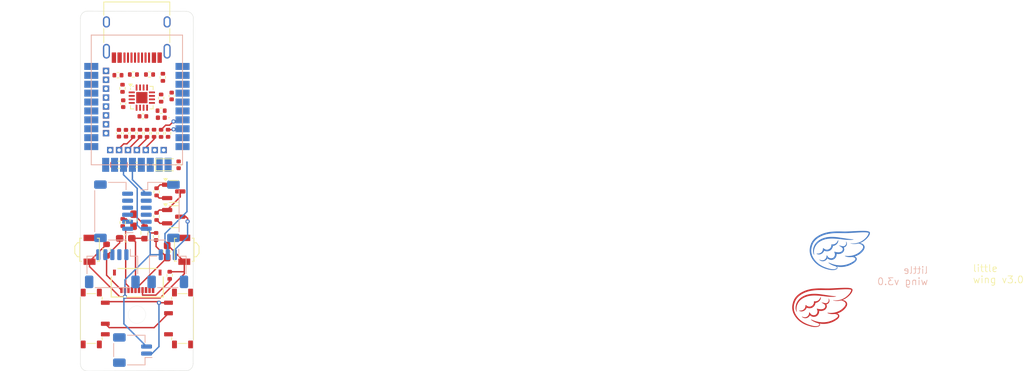
<source format=kicad_pcb>
(kicad_pcb (version 20241229) (generator "pcbnew") (generator_version "9.0")
  (layers (0 "F.Cu" signal) (4 "In1.Cu" signal) (6 "In2.Cu" signal) (2 "B.Cu" signal) (13 "F.Paste" user) (15 "B.Paste" user) (5 "F.SilkS" user "F.Silkscreen") (7 "B.SilkS" user "B.Silkscreen") (1 "F.Mask" user) (3 "B.Mask" user) (25 "Edge.Cuts" user))
  (net 0 "")
  (net 1 "GND")
  (net 2 "Row 0")
  (net 3 "Row 3")
  (net 4 "Row 2")
  (net 5 "Row 1")
  (net 6 "Col 1")
  (net 7 "Col 2")
  (net 8 "Col 3")
  (net 9 "Col 4")
  (net 10 "Col 5")
  (net 11 "Col 0")
  (net 12 "RST")
  (net 13 "VDD")
  (net 14 "+5V")
  (net 15 "+VSW")
  (net 16 "+BATT")
  (net 17 "VDDA")
  (net 18 "USB-D+")
  (net 19 "USB-D-")
  (net 20 "SENSOR_IRQ")
  (net 21 "SENSOR_SDIO")
  (net 22 "LCD_DATA")
  (net 23 "SENSOR_CS")
  (net 24 "LCD_CLK")
  (net 25 "SENSOR_CLK")
  (net 26 "EXTMODE")
  (net 27 "EXTCOMIN")
  (net 28 "LCD_CS")
  (net 29 "DCCH")
  (net 30 "Net-(LED1-K)")
  (net 31 "Net-(Q1-G)")
  (net 32 "/TMR")
  (net 33 "/ILIM")
  (net 34 "Net-(J5-Pin_5)")
  (net 35 "Net-(U2-P0.00{slash}XL1)")
  (net 36 "GNDA")
  (net 37 "Net-(U2-P0.01{slash}XL2)")
  (net 42 "Net-(J1-CC2)")
  (net 45 "Net-(J1-CC1)")
  (net 46 "Net-(J2-Pin_1)")
  (net 47 "Net-(J3-Pin_2)")
  (net 48 "RGB_PWR")
  (net 49 "Net-(J7-Pin_4)")
  (net 50 "Net-(J7-Pin_3)")
  (net 51 "Net-(J7-Pin_5)")
  (net 52 "Net-(J7-Pin_2)")
  (net 53 "Net-(Q2-G)")
  (net 54 "Net-(U1-TS)")
  (net 55 "Net-(U1-~{CHG})")
  (net 56 "Net-(U1-ISET)")
  (net 57 "RGB_DATA")
  (net 58 "RGB_ON")
  (net 63 "Row 5")
  (net 72 "Row 4")
  (footprint "Capacitor_SMD:C_0402_1005Metric" (layer "F.Cu") (at 148.44 74.88 -90)
    (property "Reference" "C6" (hide yes))
    (property "Value" "4u7" (hide yes))
  )
  (footprint "Resistor_SMD:R_0402_1005Metric" (layer "F.Cu") (at 151.44 74.89 90)
    (property "Reference" "R14" (hide yes))
    (property "Value" "100R" (hide yes))
  )
  (footprint "Resistor_SMD:R_0402_1005Metric" (layer "F.Cu") (at 154.67 95.14 90)
    (property "Reference" "R13" (hide yes))
    (property "Value" "10k" (hide yes))
  )
  (footprint "Capacitor_SMD:C_0402_1005Metric" (layer "F.Cu") (at 149.94 79.38 180)
    (property "Reference" "C4" (hide yes))
    (property "Value" "1u" (hide yes))
  )
  (footprint "Resistor_SMD:R_0603_1608Metric" (layer "F.Cu") (at 145.68 91.54 -90)
    (property "Reference" "FB2" (hide yes))
    (property "Value" "2.7k" (hide yes))
  )
  (footprint "Resistor_SMD:R_0402_1005Metric" (layer "F.Cu") (at 154.44 74.88 -90)
    (property "Reference" "R17" (hide yes))
    (property "Value" "100R" (hide yes))
  )
  (footprint "Package_TO_SOT_SMD:SOT-23" (layer "F.Cu") (at 155.24 86.7775)
    (property "Reference" "Q1" (hide yes))
    (property "Value" "AO3401A" (hide yes))
  )
  (footprint "Capacitor_SMD:C_0603_1608Metric_Pad1.08x0.95mm_HandSolder" (layer "F.Cu") (at 149.53 87.2825 -90)
    (property "Reference" "C8" (hide yes))
    (property "Value" "1uF" (hide yes))
  )
  (footprint "Capacitor_SMD:C_0603_1608Metric_Pad1.08x0.95mm_HandSolder" (layer "F.Cu") (at 148.4075 89.86 180)
    (property "Reference" "C10" (hide yes))
    (property "Value" "1uF" (hide yes))
  )
  (footprint "ScottoKeebs_Components:Switch_MSK12C02" (layer "F.Cu") (at 156.5 101.3 -90)
    (property "Reference" "SW1" (hide yes))
    (property "Value" "Battery" (hide yes))
  )
  (footprint "Resistor_SMD:R_0603_1608Metric" (layer "F.Cu") (at 151.09 89.085 90)
    (property "Reference" "FB1" (hide yes))
    (property "Value" "2.7k" (hide yes))
  )
  (footprint "Resistor_SMD:R_0402_1005Metric" (layer "F.Cu") (at 150.44 74.88 90)
    (property "Reference" "R15" (hide yes))
    (property "Value" "100R" (hide yes))
  )
  (footprint "ScottoKeebs_Components:Switch_MSK12C02" (layer "F.Cu") (at 143.5 101.3 90)
    (property "Reference" "SW1" (hide yes))
    (property "Value" "Battery" (hide yes))
  )
  (footprint "Resistor_SMD:R_0402_1005Metric" (layer "F.Cu") (at 147.3 66.6)
    (property "Reference" "R2" (hide yes))
    (property "Value" "5k1" (hide yes))
  )
  (footprint "Resistor_SMD:R_0402_1005Metric" (layer "F.Cu") (at 149.5 66.5 180)
    (property "Reference" "R7" (hide yes))
    (property "Value" "3k9" (hide yes))
  )
  (footprint "Crystal:Crystal_SMD_2012-2Pin_2.0x1.2mm" (layer "F.Cu") (at 153.94 79.38)
    (property "Reference" "Y1" (hide yes))
    (property "Value" "32.768 KHz" (hide yes))
  )
  (footprint "Resistor_SMD:R_0402_1005Metric" (layer "F.Cu") (at 153.45 69.8625 -90)
    (property "Reference" "R6" (hide yes))
    (property "Value" "1k5" (hide yes))
  )
  (footprint "Package_TO_SOT_SMD:SOT-23" (layer "F.Cu") (at 155.24 83.1775)
    (property "Reference" "Q2" (hide yes))
    (property "Value" "2N7002" (hide yes))
  )
  (footprint "Capacitor_SMD:C_0402_1005Metric" (layer "F.Cu") (at 154.95 69.5625 -90)
    (property "Reference" "C1" (hide yes))
    (property "Value" "4u7" (hide yes))
  )
  (footprint "Resistor_SMD:R_0402_1005Metric" (layer "F.Cu") (at 147.98 87.61 90)
    (property "Reference" "R12" (hide yes))
    (property "Value" "10k" (hide yes))
  )
  (footprint "Hirose FH34SRJ-10S-0.5SH:CONN10x1_FH34SRJ-10S-0.5SH50_HIR" (layer "F.Cu") (at 150.05 96.2 180)
    (property "Reference" "J5" (hide yes))
    (property "Value" "Conn_01x10" (hide yes))
  )
  (footprint "Resistor_SMD:R_0402_1005Metric" (layer "F.Cu") (at 147.95 68.4625 -90)
    (property "Reference" "R3" (hide yes))
    (property "Value" "10k" (hide yes))
  )
  (footprint "Capacitor_SMD:C_0402_1005Metric" (layer "F.Cu") (at 148.05 70.6625 -90)
    (property "Reference" "C3" (hide yes))
    (property "Value" "4u7" (hide yes))
  )
  (footprint "Resistor_SMD:R_0402_1005Metric" (layer "F.Cu") (at 151.8 66.5 180)
    (property "Reference" "R1" (hide yes))
    (property "Value" "5k1" (hide yes))
  )
  (footprint "Connector_USB:USB_C_Receptacle_HRO_TYPE-C-31-M-12" (layer "F.Cu") (at 149.98 60.05 180)
    (property "Reference" "J1" (hide yes))
    (property "Value" "HRO_TYPE-C-31-M-14" (hide yes))
  )
  (footprint "Resistor_SMD:R_0402_1005Metric" (layer "F.Cu") (at 153.44 74.89 -90)
    (property "Reference" "R8" (hide yes))
    (property "Value" "100R" (hide yes))
  )
  (footprint "Capacitor_SMD:C_0402_1005Metric" (layer "F.Cu") (at 147.44 74.88 -90)
    (property "Reference" "C5" (hide yes))
    (property "Value" "4u7" (hide yes))
  )
  (footprint "Capacitor_SMD:C_0402_1005Metric" (layer "F.Cu") (at 150.85 72.4625)
    (property "Reference" "C2" (hide yes))
    (property "Value" "4u7" (hide yes))
  )
  (footprint "Button_Switch_SMD:SW_SPST_B3U-3000P-B" (layer "F.Cu") (at 143.25 91.5 90)
    (property "Reference" "SW2" (hide yes))
    (property "Value" "Reset" (hide yes))
  )
  (footprint "Resistor_SMD:R_0402_1005Metric" (layer "F.Cu") (at 153.7 66.9 90)
    (property "Reference" "R5" (hide yes))
    (property "Value" "47k" (hide yes))
  )
  (footprint "Capacitor_SMD:C_0402_1005Metric" (layer "F.Cu") (at 155.94 79.38 90)
    (property "Reference" "C9" (hide yes))
    (property "Value" "12p" (hide yes))
  )
  (footprint "Resistor_SMD:R_0402_1005Metric" (layer "F.Cu") (at 152.73 89.61 -90)
    (property "Reference" "R9" (hide yes))
    (property "Value" "10k" (hide yes))
  )
  (footprint "Capacitor_SMD:C_0402_1005Metric" (layer "F.Cu") (at 151.94 79.38 90)
    (property "Reference" "C11" (hide yes))
    (property "Value" "12p" (hide yes))
  )
  (footprint "Inductor_SMD:L_0603_1608Metric" (layer "F.Cu") (at 147.44 79.38)
    (property "Reference" "L1" (hide yes))
    (property "Value" "10 uH" (hide yes))
  )
  (footprint "Capacitor_SMD:C_0603_1608Metric_Pad1.08x0.95mm_HandSolder" (layer "F.Cu") (at 154.31 91.75 90)
    (property "Reference" "C7" (hide yes))
    (property "Value" "560pF/680pF" (hide yes))
  )
  (footprint "Resistor_SMD:R_0402_1005Metric" (layer "F.Cu") (at 149.44 74.88 90)
    (property "Reference" "R16" (hide yes))
    (property "Value" "100R" (hide yes))
  )
  (footprint "Package_DFN_QFN:VQFN-16-1EP_3x3mm_P0.5mm_EP1.6x1.6mm" (layer "F.Cu") (at 150.7 69.8)
    (property "Reference" "U1" (hide yes))
    (property "Value" "BQ24075" (hide yes))
  )
  (footprint "Button_Switch_SMD:SW_SPST_B3U-3000P-B" (layer "F.Cu") (at 156.75 91.5 -90)
    (property "Reference" "SW2" (hide yes))
    (property "Value" "Reset" (hide yes))
  )
  (footprint "LED_SMD:LED_0402_1005Metric" (layer "F.Cu") (at 153.475 72.6625 180)
    (property "Reference" "LED1" (hide yes))
    (property "Value" "orange" (hide yes))
  )
  (footprint "Resistor_SMD:R_0402_1005Metric" (layer "F.Cu") (at 152.8025 83.2375 -90)
    (property "Reference" "R18" (hide yes))
    (property "Value" "10k" (hide yes))
  )
  (footprint "Resistor_SMD:R_0402_1005Metric" (layer "F.Cu") (at 152.8025 86.7375 90)
    (property "Reference" "R10" (hide yes))
    (property "Value" "10k" (hide yes))
  )
  (footprint "Resistor_SMD:R_0402_1005Metric" (layer "F.Cu") (at 152.44 74.88 90)
    (property "Reference" "R11" (hide yes))
    (property "Value" "100R" (hide yes))
  )
  (footprint "Resistor_SMD:R_0402_1005Metric" (layer "F.Cu") (at 153.45 71.6625)
    (property "Reference" "R4" (hide yes))
    (property "Value" "1k5" (hide yes))
  )
  (footprint "Connector_JST:JST_SH_SM06B-SRSS-TB_1x06-1MP_P1.00mm_Horizontal" (layer "B.Cu") (at 146.675 86 90)
    (property "Reference" "J4" (hide yes))
    (property "Value" "columns" (hide yes))
  )
  (footprint "E73-2G4M08S1C Model:E73-2G4M08S1C" (layer "B.Cu") (at 150 70.38 180)
    (property "Reference" "U2" (hide yes))
    (property "Value" "nRF52840_E73-2G4M08S1C" (hide yes))
  )
  (footprint "Connector_JST:JST_SH_SM02B-SRSS-TB_1x02-1MP_P1.00mm_Horizontal" (layer "B.Cu") (at 149.375 105.8 90)
    (property "Reference" "J2" (hide yes))
    (property "Value" "Battery" (hide yes))
  )
  (footprint "Connector_JST:JST_SH_SM05B-SRSS-TB_1x05-1MP_P1.00mm_Horizontal" (layer "B.Cu") (at 146.5 94.2 180)
    (property "Reference" "J6" (hide yes))
    (property "Value" "rows" (hide yes))
  )
  (footprint "Connector_JST:JST_SH_SM03B-SRSS-TB_1x03-1MP_P1.00mm_Horizontal" (layer "B.Cu") (at 154.4 94.2 180)
    (property "Reference" "J3" (hide yes))
    (property "Value" "rgb" (hide yes))
  )
  (footprint "Connector_JST:JST_SH_SM06B-SRSS-TB_1x06-1MP_P1.00mm_Horizontal" (layer "B.Cu") (at 153.325 86 -90)
    (property "Reference" "J7" (hide yes))
    (property "Value" "sensor" (hide yes))
  )
  (gr_poly (pts (xy 248.525828 98.456726) (xy 248.529324 98.459151) (xy 248.533138 98.462215) (xy 248.53725 98.465934) (xy 248.54164 98.470325) (xy 248.54628 98.47539) (xy 248.551153 98.481149) (xy 248.556235 98.487611) (xy 248.561505 98.494786) (xy 248.56694 98.50269) (xy 248.572517 98.51133) (xy 248.578214 98.520719) (xy 248.586076 98.535581) (xy 248.593398 98.550677) (xy 248.600179 98.565989) (xy 248.606412 98.581506) (xy 248.612098 98.597209) (xy 248.617227 98.613088) (xy 248.621801 98.629125) (xy 248.625817 98.645307) (xy 248.629265 98.661615) (xy 248.63215 98.678041) (xy 248.634465 98.694567) (xy 248.636208 98.711176) (xy 248.63737 98.727857) (xy 248.637951 98.744597) (xy 248.63795 98.761371) (xy 248.637361 98.778174) (xy 248.635584 98.805857) (xy 248.632375 98.83327) (xy 248.627754 98.86037) (xy 248.621752 98.887103) (xy 248.614386 98.913421) (xy 248.605687 98.939271) (xy 248.595675 98.964604) (xy 248.584372 98.989373) (xy 248.571809 99.013527) (xy 248.558009 99.037015) (xy 248.542993 99.059786) (xy 248.526788 99.081788) (xy 248.509419 99.10298) (xy 248.490906 99.123301) (xy 248.471277 99.142708) (xy 248.450556 99.161149) (xy 248.437627 99.171836) (xy 248.42438 99.182112) (xy 248.410835 99.191973) (xy 248.396993 99.201414) (xy 248.382875 99.210423) (xy 248.368477 99.219) (xy 248.35382 99.227134) (xy 248.338912 99.234821) (xy 248.331068 99.238791) (xy 248.323165 99.242628) (xy 248.315204 99.246334) (xy 248.307179 99.249904) (xy 248.299098 99.253344) (xy 248.290957 99.256647) (xy 248.282764 99.259813) (xy 248.274517 99.262844) (xy 248.240478 99.274407) (xy 248.215572 99.281564) (xy 248.21179 99.282803) (xy 248.20797 99.283918) (xy 248.204122 99.284904) (xy 248.200244 99.285768) (xy 248.196337 99.286501) (xy 248.192409 99.287105) (xy 248.188463 99.287583) (xy 248.184497 99.287931) (xy 248.183862 99.288106) (xy 248.18316 99.288234) (xy 248.18159 99.288363) (xy 248.179865 99.288357) (xy 248.178063 99.288254) (xy 248.171605 99.287676) (xy 248.17056 99.287682) (xy 248.170177 99.287734) (xy 248.169895 99.287827) (xy 248.16973 99.287964) (xy 248.16969 99.288151) (xy 248.169782 99.288392) (xy 248.170018 99.288689) (xy 248.170406 99.289055) (xy 248.170953 99.289488) (xy 248.172574 99.290582) (xy 248.174962 99.292008) (xy 248.178188 99.293809) (xy 248.180688 99.295456) (xy 248.183137 99.297175) (xy 248.18553 99.298972) (xy 248.187869 99.300836) (xy 248.190151 99.302769) (xy 248.192371 99.304768) (xy 248.194533 99.306838) (xy 248.196634 99.308973) (xy 248.203378 99.316757) (xy 248.206034 99.320545) (xy 248.20653 99.321338) (xy 248.207014 99.322137) (xy 248.207488 99.322945) (xy 248.207944 99.323758) (xy 248.208393 99.324581) (xy 248.208822 99.325409) (xy 248.209243 99.326243) (xy 248.209648 99.327087) (xy 248.210042 99.327933) (xy 248.210422 99.328787) (xy 248.210785 99.329647) (xy 248.211138 99.330512) (xy 248.211477 99.331384) (xy 248.211802 99.332257) (xy 248.212116 99.333142) (xy 248.212412 99.334029) (xy 248.218535 99.348493) (xy 248.224243 99.363101) (xy 248.229525 99.377846) (xy 248.234388 99.392723) (xy 248.238824 99.407719) (xy 248.242837 99.422822) (xy 248.24642 99.438029) (xy 248.249575 99.453327) (xy 248.252299 99.46871) (xy 248.254589 99.484159) (xy 248.256443 99.499677) (xy 248.257863 99.515252) (xy 248.258846 99.530869) (xy 248.259383 99.546527) (xy 248.259483 99.56221) (xy 248.259139 99.577912) (xy 248.257683 99.610601) (xy 248.253942 99.643132) (xy 248.24801 99.675417) (xy 248.239977 99.707379) (xy 248.229942 99.738929) (xy 248.217999 99.769985) (xy 248.204237 99.800466) (xy 248.188752 99.830288) (xy 248.171639 99.859365) (xy 248.152988 99.887616) (xy 248.132898 99.914956) (xy 248.111458 99.941303) (xy 248.088764 99.966575) (xy 248.064912 99.990687) (xy 248.039989 100.013556) (xy 248.014098 100.0351) (xy 247.987266 100.055362) (xy 247.95951 100.074449) (xy 247.930899 100.092354) (xy 247.901495 100.109086) (xy 247.871357 100.124641) (xy 247.840558 100.139022) (xy 247.80916 100.152226) (xy 247.777227 100.164256) (xy 247.744824 100.175114) (xy 247.712014 100.184798) (xy 247.678865 100.193308) (xy 247.645438 100.200645) (xy 247.611805 100.206809) (xy 247.578019 100.211803) (xy 247.544155 100.215628) (xy 247.510271 100.21828) (xy 247.476462 100.220049) (xy 247.442635 100.221033) (xy 247.408801 100.221232) (xy 247.374979 100.220651) (xy 247.341178 100.219282) (xy 247.307414 100.217134) (xy 247.273699 100.214201) (xy 247.240048 100.210488) (xy 247.173242 100.202463) (xy 247.169131 100.201937) (xy 247.169201 100.202169) (xy 247.169194 100.201953) (xy 247.169231 100.202198) (xy 247.171438 100.21969) (xy 247.173531 100.255837) (xy 247.173894 100.29187) (xy 247.172568 100.327738) (xy 247.169586 100.363384) (xy 247.164994 100.398752) (xy 247.158825 100.433787) (xy 247.151124 100.468435) (xy 247.14192 100.502639) (xy 247.131258 100.536351) (xy 247.119176 100.569508) (xy 247.105707 100.602057) (xy 247.090898 100.633942) (xy 247.074782 100.665115) (xy 247.057399 100.695515) (xy 247.038788 100.725085) (xy 247.018983 100.753775) (xy 246.998031 100.78153) (xy 246.975967 100.808292) (xy 246.952823 100.834009) (xy 246.928646 100.858623) (xy 246.903473 100.88208) (xy 246.877338 100.90433) (xy 246.850282 100.92531) (xy 246.822344 100.944968) (xy 246.793564 100.963252) (xy 246.763979 100.980106) (xy 246.733626 100.995474) (xy 246.702543 101.009296) (xy 246.670772 101.02153) (xy 246.638348 101.032108) (xy 246.605315 101.040983) (xy 246.571706 101.048097) (xy 246.540451 101.053646) (xy 246.509091 101.057927) (xy 246.477664 101.060952) (xy 246.446198 101.062723) (xy 246.414735 101.06324) (xy 246.383314 101.06251) (xy 246.351967 101.060541) (xy 246.320735 101.057337) (xy 246.289658 101.0529) (xy 246.258767 101.047233) (xy 246.2281 101.040346) (xy 246.197694 101.032238) (xy 246.16759 101.022917) (xy 246.13782 101.012385) (xy 246.108426 101.000648) (xy 246.079442 100.987714) (xy 246.052625 100.974823) (xy 246.02636 100.960918) (xy 246.000672 100.94601) (xy 245.97559 100.93013) (xy 245.951145 100.913289) (xy 245.92736 100.895501) (xy 245.904267 100.876794) (xy 245.881894 100.857181) (xy 245.879433 100.853874) (xy 245.877046 100.850516) (xy 245.874735 100.84711) (xy 245.872495 100.843652) (xy 245.870332 100.840149) (xy 245.868245 100.836598) (xy 245.866236 100.833004) (xy 245.8643 100.829367) (xy 245.863354 100.832328) (xy 245.862316 100.835258) (xy 245.861186 100.838154) (xy 245.859968 100.841014) (xy 245.858659 100.843829) (xy 245.857263 100.846607) (xy 245.85578 100.849339) (xy 245.854211 100.852024) (xy 245.827165 100.898631) (xy 245.82158 100.907673) (xy 245.815874 100.916638) (xy 245.810044 100.925522) (xy 245.804088 100.934319) (xy 245.798008 100.943031) (xy 245.791809 100.951659) (xy 245.785484 100.960202) (xy 245.779043 100.968655) (xy 245.766731 100.984106) (xy 245.754041 100.999219) (xy 245.740981 101.013991) (xy 245.727562 101.028413) (xy 245.713788 101.042478) (xy 245.699668 101.056184) (xy 245.685212 101.069524) (xy 245.670422 101.082486) (xy 245.655307 101.095071) (xy 245.639871 101.107269) (xy 245.624128 101.119073) (xy 245.608086 101.13048) (xy 245.591746 101.141484) (xy 245.575115 101.152074) (xy 245.558202 101.162245) (xy 245.541022 101.171996) (xy 245.512765 101.186491) (xy 245.483985 101.199643) (xy 245.454731 101.211439) (xy 245.425046 101.221876) (xy 245.394981 101.230947) (xy 245.364584 101.23865) (xy 245.3339 101.244972) (xy 245.302981 101.249907) (xy 245.271867 101.25345) (xy 245.240614 101.255593) (xy 245.209266 101.256332) (xy 245.177869 101.25566) (xy 245.146471 101.253571) (xy 245.115126 101.250059) (xy 245.083874 101.245112) (xy 245.052761 101.23873) (xy 245.03367 101.2344) (xy 245.01475 101.229483) (xy 244.996023 101.223989) (xy 244.977493 101.217926) (xy 244.959183 101.2113) (xy 244.941095 101.204113) (xy 244.923247 101.196374) (xy 244.905652 101.188089) (xy 244.888323 101.179264) (xy 244.871268 101.169905) (xy 244.854504 101.160019) (xy 244.838042 101.149613) (xy 244.821895 101.138688) (xy 244.806076 101.127259) (xy 244.790599 101.115323) (xy 244.775472 101.102891) (xy 244.770603 101.098498) (xy 244.765936 101.094184) (xy 244.761472 101.089952) (xy 244.757206 101.085807) (xy 244.75314 101.081744) (xy 244.749268 101.077777) (xy 244.745586 101.0739) (xy 244.742099 101.070121) (xy 244.738802 101.066437) (xy 244.735691 101.062854) (xy 244.732768 101.059375) (xy 244.730027 101.056) (xy 244.727469 101.052734) (xy 244.725091 101.049579) (xy 244.722894 101.046534) (xy 244.720867 101.043609) (xy 244.719021 101.040799) (xy 244.717345 101.038115) (xy 244.715838 101.035551) (xy 244.714503 101.033111) (xy 244.713332 101.030804) (xy 244.712327 101.028625) (xy 244.711485 101.026584) (xy 244.710806 101.024675) (xy 244.710284 101.022909) (xy 244.709919 101.021283) (xy 244.709712 101.0198) (xy 244.709656 101.018464) (xy 244.709753 101.017277) (xy 244.71 101.016245) (xy 244.710393 101.015363) (xy 244.710931 101.014638) (xy 244.712646 101.013025) (xy 244.714926 101.012128) (xy 244.721191 101.01234) (xy 244.729776 101.014957) (xy 244.740716 101.019669) (xy 244.808877 101.053169) (xy 244.832225 101.063636) (xy 244.858179 101.074317) (xy 244.886778 101.084886) (xy 244.918069 101.09504) (xy 244.952089 101.104462) (xy 244.988884 101.112838) (xy 245.02849 101.119848) (xy 245.070952 101.125186) (xy 245.096385 101.127239) (xy 245.121806 101.128219) (xy 245.147177 101.128138) (xy 245.172469 101.126993) (xy 245.197648 101.124801) (xy 245.22268 101.121569) (xy 245.247538 101.117301) (xy 245.272186 101.112004) (xy 245.296594 101.10569) (xy 245.320728 101.098364) (xy 245.344555 101.090032) (xy 245.368044 101.080706) (xy 245.391165 101.070389) (xy 245.413882 101.059091) (xy 245.436165 101.046821) (xy 245.457978 101.033583) (xy 245.470686 101.024957) (xy 245.483161 101.01603) (xy 245.495407 101.006812) (xy 245.507416 100.997303) (xy 245.51918 100.987512) (xy 245.530701 100.977441) (xy 245.541971 100.967098) (xy 245.552981 100.956486) (xy 245.563733 100.945607) (xy 245.574216 100.934468) (xy 245.584433 100.923074) (xy 245.594369 100.911432) (xy 245.604028 100.899547) (xy 245.613398 100.887417) (xy 245.62248 100.875053) (xy 245.631266 100.862458) (xy 245.639986 100.848865) (xy 245.648506 100.83508) (xy 245.652663 100.828098) (xy 245.65673 100.821042) (xy 245.660703 100.813909) (xy 245.664567 100.806687) (xy 245.666649 100.803136) (xy 245.668632 100.799535) (xy 245.670525 100.79589) (xy 245.672346 100.792203) (xy 245.674112 100.788483) (xy 245.675839 100.784736) (xy 245.679233 100.777161) (xy 245.682964 100.76934) (xy 245.6865 100.761437) (xy 245.689851 100.753455) (xy 245.693007 100.745393) (xy 245.695972 100.737261) (xy 245.698744 100.72906) (xy 245.701318 100.720791) (xy 245.703698 100.71246) (xy 245.709161 100.694805) (xy 245.71441 100.676124) (xy 245.724328 100.636184) (xy 245.733594 100.593604) (xy 245.742349 100.549351) (xy 245.758894 100.459708) (xy 245.7751 100.374983) (xy 245.889819 100.54208) (xy 245.921255 100.585394) (xy 245.953451 100.627067) (xy 245.969781 100.646938) (xy 245.986231 100.665973) (xy 246.002789 100.684034) (xy 246.019425 100.700983) (xy 246.036397 100.714406) (xy 246.05385 100.727151) (xy 246.071775 100.739206) (xy 246.090137 100.750559) (xy 246.108925 100.761191) (xy 246.128115 100.771099) (xy 246.147686 100.780269) (xy 246.16762 100.788684) (xy 246.188832 100.797329) (xy 246.210305 100.805117) (xy 246.232016 100.812049) (xy 246.253938 100.818122) (xy 246.276048 100.823329) (xy 246.298318 100.827674) (xy 246.320722 100.83115) (xy 246.343236 100.833757) (xy 246.365834 100.835489) (xy 246.388492 100.836349) (xy 246.41118 100.836332) (xy 246.433876 100.835431) (xy 246.456557 100.833651) (xy 246.479189 100.830985) (xy 246.501753 100.827431) (xy 246.524222 100.822989) (xy 246.546381 100.818097) (xy 246.568247 100.811939) (xy 246.589787 100.80456) (xy 246.61097 100.795996) (xy 246.631765 100.786284) (xy 246.652142 100.775466) (xy 246.691513 100.750662) (xy 246.728828 100.721904) (xy 246.763841 100.6895) (xy 246.796295 100.653766) (xy 246.825944 100.615016) (xy 246.852534 100.573564) (xy 246.875817 100.52972) (xy 246.895536 100.483803) (xy 246.911449 100.436123) (xy 246.9233 100.386996) (xy 246.927621 100.361987) (xy 246.930835 100.336735) (xy 246.932908 100.311275) (xy 246.933807 100.285649) (xy 246.933504 100.259897) (xy 246.931966 100.23406) (xy 246.930002 100.217153) (xy 246.926999 100.198982) (xy 246.923047 100.179681) (xy 246.918258 100.15939) (xy 246.912723 100.138246) (xy 246.906546 100.116387) (xy 246.892663 100.071079) (xy 246.877398 100.024566) (xy 246.861555 99.977951) (xy 246.831309 99.888833) (xy 247.088446 99.943585) (xy 247.152223 99.955905) (xy 247.182859 99.961426) (xy 247.197132 99.963773) (xy 247.210428 99.965746) (xy 247.269256 99.974126) (xy 247.297495 99.977534) (xy 247.325794 99.980322) (xy 247.354142 99.982482) (xy 247.382522 99.984025) (xy 247.410932 99.98494) (xy 247.439358 99.985231) (xy 247.467792 99.984902) (xy 247.496219 99.983945) (xy 247.521886 99.982778) (xy 247.547431 99.980667) (xy 247.572828 99.977629) (xy 247.598058 99.973663) (xy 247.623088 99.968785) (xy 247.647902 99.962998) (xy 247.672468 99.956314) (xy 247.69677 99.948738) (xy 247.720775 99.940277) (xy 247.744464 99.930942) (xy 247.767809 99.920743) (xy 247.79079 99.909684) (xy 247.813381 99.897771) (xy 247.835553 99.885019) (xy 247.857289 99.871432) (xy 247.878558 99.85702) (xy 247.897347 99.842314) (xy 247.915211 99.827015) (xy 247.932115 99.811159) (xy 247.948035 99.794771) (xy 247.962938 99.77788) (xy 247.976793 99.760514) (xy 247.989571 99.742708) (xy 248.001236 99.724483) (xy 248.011769 99.70587) (xy 248.02113 99.686897) (xy 248.029292 99.667596) (xy 248.036224 99.647996) (xy 248.041899 99.628123) (xy 248.046277 99.608006) (xy 248.049341 99.587674) (xy 248.051053 99.567157) (xy 248.051751 99.557017) (xy 248.052164 99.546874) (xy 248.052286 99.536735) (xy 248.052119 99.526605) (xy 248.051667 99.516494) (xy 248.050929 99.506406) (xy 248.049907 99.496348) (xy 248.048603 99.486322) (xy 248.047012 99.476339) (xy 248.045139 99.466404) (xy 248.042986 99.45652) (xy 248.040552 99.446695) (xy 248.037838 99.43694) (xy 248.034846 99.42725) (xy 248.031578 99.417641) (xy 248.028032 99.408113) (xy 248.026286 99.403908) (xy 248.024412 99.399766) (xy 248.022401 99.395688) (xy 248.020263 99.391679) (xy 248.017995 99.387741) (xy 248.015604 99.383877) (xy 248.013081 99.38009) (xy 248.010438 99.376387) (xy 248.007471 99.371249) (xy 248.004432 99.366153) (xy 248.001323 99.361098) (xy 247.998146 99.35609) (xy 247.9949 99.351123) (xy 247.991586 99.346201) (xy 247.988206 99.341325) (xy 247.984756 99.336496) (xy 247.929439 99.293406) (xy 247.901646 99.271907) (xy 247.859152 99.243431) (xy 247.473441 98.987638) (xy 247.550197 99.003563) (xy 247.557555 99.004945) (xy 247.566607 99.006901) (xy 247.588125 99.011982) (xy 247.633232 99.022939) (xy 247.841213 99.071009) (xy 247.943277 99.09369) (xy 247.989046 99.103427) (xy 248.031208 99.111478) (xy 248.050911 99.114734) (xy 248.069688 99.117397) (xy 248.087525 99.11941) (xy 248.104414 99.120721) (xy 248.120344 99.121261) (xy 248.135309 99.120987) (xy 248.1493 99.119833) (xy 248.162305 99.117745) (xy 248.198696 99.111137) (xy 248.223362 99.104524) (xy 248.229531 99.102837) (xy 248.235669 99.101041) (xy 248.241771 99.099136) (xy 248.247843 99.097132) (xy 248.253874 99.09502) (xy 248.259874 99.092801) (xy 248.265833 99.09048) (xy 248.271749 99.088056) (xy 248.283097 99.083354) (xy 248.294291 99.078313) (xy 248.305319 99.072938) (xy 248.316179 99.067237) (xy 248.326862 99.061207) (xy 248.337361 99.054856) (xy 248.347667 99.048187) (xy 248.357773 99.041206) (xy 248.374678 99.028584) (xy 248.390873 99.015204) (xy 248.406336 99.001097) (xy 248.421049 98.986297) (xy 248.434989 98.970831) (xy 248.448143 98.954735) (xy 248.460485 98.938036) (xy 248.471995 98.92077) (xy 248.482659 98.902967) (xy 248.492448 98.884653) (xy 248.50135 98.865872) (xy 248.509342 98.846642) (xy 248.516404 98.827006) (xy 248.522517 98.806984) (xy 248.527661 98.786619) (xy 248.531814 98.765936) (xy 248.534599 98.748126) (xy 248.536806 98.730801) (xy 248.538469 98.713973) (xy 248.539625 98.697634) (xy 248.540311 98.681794) (xy 248.540562 98.666452) (xy 248.540413 98.651614) (xy 248.539904 98.637287) (xy 248.53907 98.623465) (xy 248.537948 98.610161) (xy 248.536574 98.597371) (xy 248.534981 98.585099) (xy 248.533214 98.573354) (xy 248.531299 98.562132) (xy 248.527189 98.541282) (xy 248.522946 98.522577) (xy 248.518856 98.506044) (xy 248.512312 98.479589) (xy 248.510442 98.46972) (xy 248.509986 98.465637) (xy 248.509893 98.462126) (xy 248.510205 98.459192) (xy 248.510956 98.456833) (xy 248.512184 98.455058) (xy 248.513924 98.453869) (xy 248.514652 98.453481) (xy 248.515487 98.453244) (xy 248.517483 98.453208) (xy 248.519886 98.453769) (xy 248.522675 98.454939)) (stroke (width -0.000001)) (fill yes) (layer "F.Cu"))
  (gr_poly (pts (xy 251.785585 97.025549) (xy 251.792356 97.028891) (xy 251.79904 97.032397) (xy 251.805626 97.036063) (xy 251.812117 97.039889) (xy 251.81851 97.043873) (xy 251.8248 97.048012) (xy 251.830986 97.052299) (xy 251.837064 97.056743) (xy 251.84303 97.061336) (xy 251.848886 97.066074) (xy 251.854622 97.070957) (xy 251.860241 97.075985) (xy 251.865737 97.081153) (xy 251.871111 97.086466) (xy 251.876357 97.091911) (xy 251.881467 97.098778) (xy 251.886359 97.105801) (xy 251.891031 97.112966) (xy 251.895479 97.12027) (xy 251.899701 97.127705) (xy 251.903693 97.135271) (xy 251.907449 97.142957) (xy 251.910971 97.150764) (xy 251.922855 97.217745) (xy 251.920192 97.248916) (xy 251.916424 97.278934) (xy 251.911619 97.307874) (xy 251.905844 97.335806) (xy 251.89916 97.362807) (xy 251.89164 97.388954) (xy 251.883347 97.414315) (xy 251.874346 97.438967) (xy 251.864704 97.462988) (xy 251.854486 97.486446) (xy 251.843759 97.509417) (xy 251.832585 97.53198) (xy 251.809174 97.576165) (xy 251.784778 97.619593) (xy 251.759841 97.659382) (xy 251.733953 97.698533) (xy 251.707124 97.737031) (xy 251.679369 97.77486) (xy 251.650695 97.811997) (xy 251.621125 97.848425) (xy 251.590662 97.884138) (xy 251.559325 97.919109) (xy 251.5014 97.981185) (xy 251.44177 98.041546) (xy 251.380467 98.100162) (xy 251.317533 98.156995) (xy 251.253002 98.212009) (xy 251.186922 98.265177) (xy 251.119321 98.316458) (xy 251.050246 98.365827) (xy 251.016684 98.389066) (xy 250.982739 98.411703) (xy 250.948409 98.433721) (xy 250.913711 98.455122) (xy 250.878652 98.475897) (xy 250.843238 98.496048) (xy 250.807479 98.515567) (xy 250.771385 98.534446) (xy 250.73496 98.552685) (xy 250.698221 98.570282) (xy 250.661168 98.587231) (xy 250.623813 98.603521) (xy 250.58616 98.619159) (xy 250.548228 98.634131) (xy 250.510018 98.648435) (xy 250.471536 98.66207) (xy 250.492691 98.664656) (xy 250.513802 98.667561) (xy 250.534865 98.670779) (xy 250.555877 98.674315) (xy 250.576831 98.678165) (xy 250.597727 98.682329) (xy 250.618562 98.686806) (xy 250.639331 98.691595) (xy 250.657257 98.695741) (xy 250.675059 98.700304) (xy 250.692738 98.70528) (xy 250.710283 98.710667) (xy 250.727685 98.716465) (xy 250.744939 98.722664) (xy 250.762039 98.729271) (xy 250.778974 98.736276) (xy 250.79574 98.743675) (xy 250.812332 98.751471) (xy 250.828738 98.759654) (xy 250.844954 98.76823) (xy 250.860973 98.777186) (xy 250.876787 98.786525) (xy 250.892388 98.796242) (xy 250.907771 98.806336) (xy 250.927799 98.819982) (xy 250.947172 98.834413) (xy 250.965873 98.8496) (xy 250.983885 98.865522) (xy 251.001189 98.882159) (xy 251.01776 98.899475) (xy 251.033587 98.917455) (xy 251.048641 98.936067) (xy 251.062911 98.955289) (xy 251.076373 98.9751) (xy 251.089013 98.995467) (xy 251.100805 99.016371) (xy 251.111733 99.037785) (xy 251.121779 99.059684) (xy 251.13092 99.082047) (xy 251.139141 99.104841) (xy 251.146672 99.131658) (xy 251.152493 99.158881) (xy 251.156671 99.186431) (xy 251.15926 99.214228) (xy 251.160324 99.242205) (xy 251.159923 99.270279) (xy 251.158116 99.298373) (xy 251.154963 99.326413) (xy 251.150525 99.354323) (xy 251.144861 99.382021) (xy 251.138035 99.409434) (xy 251.1301 99.436486) (xy 251.121123 99.4631) (xy 251.11116 99.489198) (xy 251.100275 99.514708) (xy 251.088524 99.539545) (xy 251.062493 99.588116) (xy 251.034757 99.635626) (xy 251.005355 99.682105) (xy 250.974333 99.727597) (xy 250.941727 99.77213) (xy 250.907583 99.81574) (xy 250.87194 99.858468) (xy 250.834837 99.900348) (xy 250.796316 99.941411) (xy 250.756421 99.981697) (xy 250.715195 100.02124) (xy 250.672671 100.060074) (xy 250.628896 100.098236) (xy 250.58391 100.13576) (xy 250.537755 100.172685) (xy 250.490467 100.209046) (xy 250.446857 100.240423) (xy 250.402581 100.270763) (xy 250.357656 100.300063) (xy 250.312107 100.328312) (xy 250.265951 100.3555) (xy 250.219199 100.381618) (xy 250.171878 100.406658) (xy 250.124006 100.43061) (xy 250.075597 100.453463) (xy 250.026678 100.475212) (xy 249.977261 100.495845) (xy 249.927364 100.51535) (xy 249.877017 100.533724) (xy 249.826224 100.550957) (xy 249.775012 100.567035) (xy 249.723399 100.581951) (xy 249.740772 100.585999) (xy 249.757917 100.590742) (xy 249.774811 100.596163) (xy 249.791435 100.602252) (xy 249.807773 100.609001) (xy 249.823807 100.616396) (xy 249.839515 100.624424) (xy 249.854882 100.63308) (xy 249.869885 100.642348) (xy 249.884508 100.652219) (xy 249.898731 100.662682) (xy 249.912536 100.673722) (xy 249.925905 100.685335) (xy 249.938815 100.697504) (xy 249.951251 100.71022) (xy 249.963193 100.72347) (xy 249.973271 100.736087) (xy 249.982699 100.749115) (xy 249.991473 100.76253) (xy 249.999582 100.776307) (xy 250.007018 100.790418) (xy 250.013774 100.804838) (xy 250.019843 100.819546) (xy 250.025211 100.834513) (xy 250.029873 100.849717) (xy 250.03382 100.865129) (xy 250.037048 100.880725) (xy 250.039542 100.89648) (xy 250.041296 100.912367) (xy 250.042306 100.928365) (xy 250.042554 100.944446) (xy 250.042039 100.960585) (xy 250.040412 100.976855) (xy 250.038211 100.993018) (xy 250.035449 101.009065) (xy 250.032125 101.024982) (xy 250.028251 101.04075) (xy 250.023826 101.056361) (xy 250.01886 101.071794) (xy 250.013356 101.087042) (xy 250.007322 101.102085) (xy 250.000761 101.116913) (xy 249.993674 101.131509) (xy 249.986079 101.145859) (xy 249.977968 101.159952) (xy 249.969354 101.17377) (xy 249.960241 101.187302) (xy 249.950631 101.200534) (xy 249.931679 101.225805) (xy 249.911924 101.250069) (xy 249.891424 101.273395) (xy 249.870234 101.295855) (xy 249.848412 101.317512) (xy 249.826018 101.338439) (xy 249.803106 101.3587) (xy 249.779734 101.37837) (xy 249.75596 101.397514) (xy 249.73184 101.4162) (xy 249.682794 101.452482) (xy 249.583076 101.522586) (xy 249.526627 101.559805) (xy 249.469448 101.595801) (xy 249.41156 101.630555) (xy 249.352985 101.664064) (xy 249.293743 101.696318) (xy 249.233855 101.727304) (xy 249.17334 101.757015) (xy 249.112218 101.785441) (xy 249.050512 101.812571) (xy 248.988241 101.838399) (xy 248.925424 101.862918) (xy 248.862088 101.88611) (xy 248.798244 101.907975) (xy 248.73392 101.928498) (xy 248.669132 101.94767) (xy 248.603902 101.965486) (xy 248.517623 101.98748) (xy 248.430868 102.006909) (xy 248.343695 102.02378) (xy 248.256156 102.03808) (xy 248.168315 102.049815) (xy 248.080222 102.058982) (xy 247.991937 102.06558) (xy 247.903516 102.069608) (xy 247.815017 102.071059) (xy 247.726493 102.069938) (xy 247.638001 102.066235) (xy 247.5496 102.059954) (xy 247.461347 102.051098) (xy 247.373295 102.039653) (xy 247.285503 102.025625) (xy 247.19803 102.009014) (xy 247.199398 102.010065) (xy 247.200741 102.011032) (xy 247.203385 102.012837) (xy 247.204698 102.013737) (xy 247.206016 102.014676) (xy 247.207341 102.015687) (xy 247.208007 102.016224) (xy 247.208681 102.016796) (xy 247.215696 102.022536) (xy 247.222601 102.028402) (xy 247.229395 102.034398) (xy 247.236074 102.040517) (xy 247.242637 102.04676) (xy 247.249085 102.053125) (xy 247.255413 102.059611) (xy 247.261621 102.066214) (xy 247.265766 102.070545) (xy 247.26972 102.075027) (xy 247.273483 102.07965) (xy 247.27705 102.084413) (xy 247.280416 102.089308) (xy 247.283584 102.094326) (xy 247.286542 102.099462) (xy 247.289292 102.104715) (xy 247.291831 102.11007) (xy 247.294154 102.115523) (xy 247.296257 102.121072) (xy 247.298141 102.126706) (xy 247.2998 102.132422) (xy 247.30123 102.13821) (xy 247.302431 102.144066) (xy 247.303393 102.149979) (xy 247.303726 102.161071) (xy 247.303537 102.171976) (xy 247.302834 102.182696) (xy 247.301643 102.193229) (xy 247.299968 102.203578) (xy 247.297832 102.213739) (xy 247.295251 102.223713) (xy 247.292233 102.2335) (xy 247.288803 102.2431) (xy 247.28497 102.25251) (xy 247.280752 102.26173) (xy 247.276162 102.270762) (xy 247.265936 102.288256) (xy 247.254419 102.304988) (xy 247.241727 102.320956) (xy 247.227988 102.336153) (xy 247.213327 102.350577) (xy 247.197864 102.364224) (xy 247.181726 102.377094) (xy 247.165036 102.389181) (xy 247.147916 102.40048) (xy 247.130492 102.410988) (xy 247.111992 102.42111) (xy 247.093133 102.430502) (xy 247.073934 102.439207) (xy 247.054409 102.447257) (xy 247.034574 102.454692) (xy 247.014443 102.461552) (xy 246.994034 102.467873) (xy 246.973359 102.473694) (xy 246.952433 102.479051) (xy 246.931272 102.483986) (xy 246.888308 102.492732) (xy 246.844592 102.500234) (xy 246.800239 102.506799) (xy 246.754542 102.511944) (xy 246.70812 102.515553) (xy 246.661005 102.517675) (xy 246.613222 102.518362) (xy 246.564803 102.517662) (xy 246.51578 102.515622) (xy 246.46618 102.51229) (xy 246.416035 102.50772) (xy 246.314227 102.495053) (xy 246.210594 102.47801) (xy 246.105382 102.456987) (xy 245.998829 102.432368) (xy 245.780805 102.373823) (xy 245.553736 102.302749) (xy 245.437673 102.26174) (xy 245.320386 102.216677) (xy 245.202218 102.16725) (xy 245.083519 102.113149) (xy 244.96463 102.054064) (xy 244.845899 101.989691) (xy 244.727674 101.919725) (xy 244.610297 101.843847) (xy 244.494115 101.761758) (xy 244.379471 101.673147) (xy 244.266716 101.577709) (xy 244.156192 101.475131) (xy 244.103503 101.421213) (xy 244.051392 101.365804) (xy 244 101.308871) (xy 243.949453 101.250383) (xy 243.89989 101.190318) (xy 243.85145 101.128641) (xy 243.804264 101.065334) (xy 243.75847 101.000355) (xy 243.714198 100.933688) (xy 243.67159 100.865299) (xy 243.630775 100.795155) (xy 243.591891 100.723235) (xy 243.555073 100.649509) (xy 243.520455 100.573947) (xy 243.488172 100.496525) (xy 243.458361 100.417211) (xy 243.444273 100.376113) (xy 243.431033 100.334772) (xy 243.418634 100.293193) (xy 243.407086 100.251397) (xy 243.396388 100.209392) (xy 243.386545 100.167194) (xy 243.377553 100.12481) (xy 243.36942 100.082261) (xy 243.36215 100.039556) (xy 243.355738 99.996708) (xy 243.350192 99.95373) (xy 243.345514 99.910638) (xy 243.341708 99.867442) (xy 243.338768 99.824155) (xy 243.336705 99.780794) (xy 243.335518 99.737368) (xy 243.336701 99.647484) (xy 243.341317 99.557812) (xy 243.349355 99.468447) (xy 243.360798 99.379485) (xy 243.375637 99.291031) (xy 243.393849 99.203168) (xy 243.415426 99.11601) (xy 243.44035 99.029646) (xy 243.452802 98.985829) (xy 243.46668 98.942491) (xy 243.481716 98.899519) (xy 243.497645 98.856809) (xy 243.564389 98.687797) (xy 243.775339 98.781719) (xy 243.712054 98.938801) (xy 243.697018 98.978097) (xy 243.682834 99.017553) (xy 243.669769 99.057249) (xy 243.65809 99.097263) (xy 243.634254 99.176797) (xy 243.613743 99.256643) (xy 243.59653 99.336689) (xy 243.582587 99.416841) (xy 243.57189 99.496992) (xy 243.564408 99.577037) (xy 243.560116 99.656871) (xy 243.558982 99.736391) (xy 243.560984 99.815496) (xy 243.566089 99.894079) (xy 243.57428 99.972038) (xy 243.585511 100.049269) (xy 243.599772 100.125664) (xy 243.617027 100.201122) (xy 243.637252 100.275542) (xy 243.660414 100.348815) (xy 243.686309 100.420815) (xy 243.714651 100.491467) (xy 243.745311 100.560774) (xy 243.778151 100.628737) (xy 243.813044 100.695348) (xy 243.849851 100.760604) (xy 243.888445 100.824506) (xy 243.928686 100.887053) (xy 243.970444 100.948235) (xy 244.013588 101.008052) (xy 244.05798 101.066506) (xy 244.103493 101.12359) (xy 244.149989 101.179303) (xy 244.197338 101.233644) (xy 244.294057 101.338187) (xy 244.395765 101.435955) (xy 244.500028 101.527442) (xy 244.606507 101.612906) (xy 244.714851 101.692599) (xy 244.824715 101.766776) (xy 244.935753 101.835689) (xy 245.04762 101.899597) (xy 245.159971 101.958749) (xy 245.272462 102.013401) (xy 245.384741 102.063807) (xy 245.496469 102.110221) (xy 245.607298 102.152895) (xy 245.824873 102.228048) (xy 246.034707 102.291294) (xy 246.13705 102.318578) (xy 246.237321 102.342264) (xy 246.335374 102.362058) (xy 246.383522 102.370407) (xy 246.431062 102.377672) (xy 246.477975 102.383818) (xy 246.524244 102.388811) (xy 246.569847 102.392608) (xy 246.614772 102.395177) (xy 246.658998 102.396481) (xy 246.702506 102.396479) (xy 246.745278 102.395141) (xy 246.787298 102.392428) (xy 246.828372 102.388097) (xy 246.848582 102.38556) (xy 246.868546 102.382756) (xy 246.888247 102.379676) (xy 246.907654 102.376309) (xy 246.926759 102.372639) (xy 246.945532 102.368662) (xy 246.963956 102.364356) (xy 246.982011 102.359717) (xy 246.999675 102.354735) (xy 247.016924 102.349388) (xy 247.033742 102.34367) (xy 247.050105 102.337569) (xy 247.065992 102.331079) (xy 247.081386 102.324177) (xy 247.096247 102.316709) (xy 247.110519 102.308576) (xy 247.124148 102.299835) (xy 247.137081 102.290559) (xy 247.149266 102.280819) (xy 247.16065 102.270677) (xy 247.171176 102.2602) (xy 247.180797 102.249457) (xy 247.189458 102.238516) (xy 247.197103 102.227441) (xy 247.203686 102.216307) (xy 247.209146 102.205174) (xy 247.213439 102.194112) (xy 247.215126 102.18863) (xy 247.216501 102.183189) (xy 247.217557 102.177802) (xy 247.218288 102.172474) (xy 247.218685 102.167215) (xy 247.218743 102.162032) (xy 247.218554 102.159035) (xy 247.218224 102.156058) (xy 247.217768 102.153109) (xy 247.217173 102.150195) (xy 247.216453 102.147311) (xy 247.215603 102.14447) (xy 247.214629 102.14167) (xy 247.213531 102.138921) (xy 247.212308 102.13622) (xy 247.210965 102.133576) (xy 247.209506 102.130999) (xy 247.207927 102.128479) (xy 247.206234 102.126033) (xy 247.204426 102.123657) (xy 247.202508 102.121361) (xy 247.200477 102.119143) (xy 247.195567 102.113145) (xy 247.190556 102.10723) (xy 247.185439 102.101408) (xy 247.180224 102.095678) (xy 247.174906 102.090036) (xy 247.169496 102.084491) (xy 247.163984 102.079039) (xy 247.158377 102.073683) (xy 247.147184 102.063023) (xy 247.135924 102.052685) (xy 247.124627 102.042656) (xy 247.113344 102.032919) (xy 247.090966 102.014256) (xy 247.069109 101.996578) (xy 247.066022 101.994192) (xy 247.063025 101.991926) (xy 247.057214 101.987617) (xy 247.051491 101.983388) (xy 247.045665 101.978974) (xy 246.999146 101.967151) (xy 246.95283 101.954575) (xy 246.906735 101.941248) (xy 246.860865 101.927173) (xy 246.815232 101.912349) (xy 246.76984 101.896788) (xy 246.724704 101.880485) (xy 246.67983 101.863446) (xy 246.63694 101.846082) (xy 246.595432 101.828589) (xy 246.55531 101.811007) (xy 246.516567 101.793379) (xy 246.443257 101.758132) (xy 246.375507 101.723178) (xy 246.31334 101.68884) (xy 246.256766 101.655438) (xy 246.205805 101.623294) (xy 246.160468 101.592731) (xy 246.12077 101.564074) (xy 246.08673 101.537647) (xy 246.058357 101.51377) (xy 246.035669 101.492767) (xy 246.018683 101.474962) (xy 246.007413 101.460677) (xy 246.003926 101.454957) (xy 246.001872 101.450235) (xy 246.001257 101.446555) (xy 246.002076 101.443958) (xy 246.004633 101.441427) (xy 246.008579 101.439973) (xy 246.020603 101.440138) (xy 246.038089 101.444137) (xy 246.060973 101.451657) (xy 246.122685 101.476009) (xy 246.205249 101.510689) (xy 246.308165 101.553185) (xy 246.430947 101.600998) (xy 246.573085 101.651617) (xy 246.651263 101.677196) (xy 246.734096 101.702535) (xy 246.820913 101.727151) (xy 246.912484 101.750269) (xy 247.008545 101.77157) (xy 247.108818 101.790724) (xy 247.213028 101.807412) (xy 247.320901 101.821307) (xy 247.432167 101.832085) (xy 247.546553 101.839419) (xy 247.663783 101.84299) (xy 247.783584 101.842473) (xy 247.905684 101.837537) (xy 248.029808 101.827865) (xy 248.155688 101.813126) (xy 248.283041 101.793002) (xy 248.411602 101.767165) (xy 248.541093 101.735292) (xy 248.60178 101.71875) (xy 248.662107 101.701082) (xy 248.722064 101.682294) (xy 248.781628 101.662391) (xy 248.840787 101.641386) (xy 248.899532 101.619282) (xy 248.957838 101.596081) (xy 249.015696 101.571802) (xy 249.073086 101.546436) (xy 249.13 101.52) (xy 249.186417 101.492495) (xy 249.242323 101.463934) (xy 249.297702 101.434319) (xy 249.352542 101.403656) (xy 249.406822 101.371952) (xy 249.460535 101.339215) (xy 249.509201 101.308075) (xy 249.556525 101.277091) (xy 249.602096 101.24606) (xy 249.645509 101.214779) (xy 249.666278 101.198983) (xy 249.686352 101.18305) (xy 249.705684 101.166952) (xy 249.724219 101.150665) (xy 249.741906 101.134163) (xy 249.758697 101.117426) (xy 249.774542 101.100419) (xy 249.789382 101.083126) (xy 249.796354 101.07441) (xy 249.802931 101.065717) (xy 249.809128 101.057048) (xy 249.81494 101.048405) (xy 249.820369 101.039791) (xy 249.825415 101.031212) (xy 249.830082 101.022669) (xy 249.83437 101.014164) (xy 249.838277 101.005698) (xy 249.841812 100.997279) (xy 249.84497 100.988911) (xy 249.847755 100.980591) (xy 249.850167 100.972327) (xy 249.852212 100.964117) (xy 249.853885 100.955967) (xy 249.855189 100.947885) (xy 249.856129 100.939859) (xy 249.856703 100.93191) (xy 249.856911 100.924031) (xy 249.856759 100.916227) (xy 249.856243 100.908502) (xy 249.855369 100.900854) (xy 249.854138 100.893292) (xy 249.852549 100.885817) (xy 249.850604 100.878432) (xy 249.848303 100.87114) (xy 249.845652 100.863945) (xy 249.842647 100.856846) (xy 249.839296 100.849849) (xy 249.835591 100.842959) (xy 249.831543 100.836176) (xy 249.827147 100.829502) (xy 249.822158 100.822768) (xy 249.816976 100.816196) (xy 249.811605 100.809796) (xy 249.806053 100.803565) (xy 249.800323 100.797509) (xy 249.794412 100.791629) (xy 249.788336 100.785933) (xy 249.78209 100.780426) (xy 249.775679 100.775103) (xy 249.769115 100.769979) (xy 249.762395 100.765048) (xy 249.755528 100.76032) (xy 249.748511 100.755796) (xy 249.741357 100.75148) (xy 249.734066 100.747375) (xy 249.726642 100.743485) (xy 249.711035 100.736124) (xy 249.695244 100.729193) (xy 249.679274 100.722697) (xy 249.663135 100.716642) (xy 249.646837 100.711029) (xy 249.630388 100.705861) (xy 249.6138 100.701142) (xy 249.597078 100.696879) (xy 249.544814 100.682876) (xy 249.496042 100.670357) (xy 249.450325 100.659027) (xy 249.407211 100.648616) (xy 249.35332 100.656077) (xy 249.29928 100.662193) (xy 249.245125 100.666959) (xy 249.190878 100.670377) (xy 249.136557 100.672445) (xy 249.082197 100.673161) (xy 249.027819 100.672526) (xy 248.973445 100.670537) (xy 248.935272 100.668228) (xy 248.898179 100.665334) (xy 248.862184 100.661896) (xy 248.827296 100.657949) (xy 248.793523 100.653533) (xy 248.760877 100.648692) (xy 248.72937 100.643457) (xy 248.699011 100.637867) (xy 248.641771 100.625783) (xy 248.58925 100.612749) (xy 248.541526 100.599073) (xy 248.498681 100.585061) (xy 248.460799 100.571023) (xy 248.427965 100.557262) (xy 248.40026 100.54409) (xy 248.377766 100.531815) (xy 248.360569 100.520741) (xy 248.35398 100.515752) (xy 248.348746 100.511178) (xy 248.34488 100.507059) (xy 248.342386 100.503433) (xy 248.341278 100.500341) (xy 248.341566 100.497816) (xy 248.34321 100.49451) (xy 248.346169 100.491779) (xy 248.355998 100.487875) (xy 248.370936 100.485828) (xy 248.390855 100.485359) (xy 248.445152 100.488033) (xy 248.517895 100.493668) (xy 248.608091 100.50003) (xy 248.714749 100.504881) (xy 248.773943 100.506046) (xy 248.836881 100.505993) (xy 248.903442 100.504447) (xy 248.973497 100.50113) (xy 249.046016 100.496234) (xy 249.121849 100.488795) (xy 249.200657 100.478632) (xy 249.282119 100.465566) (xy 249.365902 100.449414) (xy 249.451681 100.43) (xy 249.539125 100.407137) (xy 249.627905 100.380648) (xy 249.717692 100.350351) (xy 249.808161 100.316071) (xy 249.898978 100.277615) (xy 249.989819 100.234813) (xy 250.08035 100.187482) (xy 250.170244 100.135441) (xy 250.259177 100.078504) (xy 250.346818 100.016498) (xy 250.388988 99.984609) (xy 250.430501 99.951859) (xy 250.471265 99.918315) (xy 250.511185 99.884047) (xy 250.550162 99.849124) (xy 250.588098 99.813609) (xy 250.624902 99.777578) (xy 250.660476 99.741099) (xy 250.69472 99.704235) (xy 250.727544 99.667058) (xy 250.758849 99.629637) (xy 250.788536 99.592038) (xy 250.816516 99.554331) (xy 250.842686 99.516588) (xy 250.866955 99.478874) (xy 250.889223 99.441255) (xy 250.889224 99.441255) (xy 250.89913 99.422442) (xy 250.908217 99.403737) (xy 250.916477 99.385153) (xy 250.923908 99.3667) (xy 250.930503 99.348388) (xy 250.936249 99.330224) (xy 250.941149 99.312219) (xy 250.945195 99.294384) (xy 250.948376 99.276727) (xy 250.950694 99.259263) (xy 250.952135 99.241994) (xy 250.952701 99.224934) (xy 250.952378 99.208093) (xy 250.951167 99.19148) (xy 250.949059 99.175103) (xy 250.946046 99.158975) (xy 250.94213 99.14309) (xy 250.93735 99.127443) (xy 250.931745 99.112047) (xy 250.925367 99.096923) (xy 250.91826 99.082081) (xy 250.910469 99.067542) (xy 250.902047 99.053316) (xy 250.893033 99.039416) (xy 250.883474 99.025862) (xy 250.873422 99.012666) (xy 250.86292 98.999844) (xy 250.852015 98.987411) (xy 250.840753 98.975383) (xy 250.82918 98.963772) (xy 250.817344 98.952593) (xy 250.805291 98.941865) (xy 250.780555 98.921871) (xy 250.755206 98.903405) (xy 250.729382 98.886368) (xy 250.703223 98.870656) (xy 250.676864 98.856168) (xy 250.650447 98.842806) (xy 250.624106 98.830465) (xy 250.597982 98.819049) (xy 250.546941 98.798569) (xy 250.49843 98.780561) (xy 250.453551 98.764211) (xy 250.413413 98.74871) (xy 250.384983 98.738046) (xy 250.35964 98.72819) (xy 250.337052 98.718989) (xy 250.326695 98.714591) (xy 250.316904 98.710305) (xy 250.283529 98.719173) (xy 250.250036 98.727555) (xy 250.216426 98.735448) (xy 250.182707 98.74285) (xy 250.148886 98.749761) (xy 250.114961 98.756178) (xy 250.080947 98.762103) (xy 250.046841 98.76753) (xy 249.961613 98.77901) (xy 249.876099 98.787127) (xy 249.790397 98.79188) (xy 249.704606 98.793272) (xy 249.618828 98.791304) (xy 249.53316 98.785976) (xy 249.447699 98.777281) (xy 249.362548 98.765227) (xy 249.334483 98.760201) (xy 249.308219 98.755191) (xy 249.283751 98.750231) (xy 249.261092 98.745338) (xy 249.240242 98.740538) (xy 249.221212 98.735859) (xy 249.204007 98.731321) (xy 249.188631 98.726949) (xy 249.175093 98.72277) (xy 249.163397 98.718811) (xy 249.153549 98.715086) (xy 249.145556 98.711629) (xy 249.139424 98.708458) (xy 249.137059 98.70699) (xy 249.135159 98.705603) (xy 249.13373 98.704299) (xy 249.132769 98.703084) (xy 249.132277 98.70196) (xy 249.132256 98.700927) (xy 249.133608 98.699223) (xy 249.136794 98.698018) (xy 249.141809 98.697271) (xy 249.148642 98.69695) (xy 249.167714 98.697428) (xy 249.193925 98.699142) (xy 249.267442 98.705065) (xy 249.314583 98.708665) (xy 249.368526 98.712282) (xy 249.45153 98.716053) (xy 249.534542 98.717108) (xy 249.617503 98.715454) (xy 249.700344 98.711093) (xy 249.782999 98.704035) (xy 249.865398 98.694278) (xy 249.947482 98.681832) (xy 250.02918 98.666699) (xy 250.092605 98.653163) (xy 250.155538 98.637869) (xy 250.217939 98.620822) (xy 250.279774 98.60205) (xy 250.341012 98.581562) (xy 250.401614 98.559375) (xy 250.461546 98.535506) (xy 250.52077 98.509964) (xy 250.579256 98.482776) (xy 250.636967 98.453948) (xy 250.693869 98.423501) (xy 250.749925 98.391449) (xy 250.8051 98.357805) (xy 250.859363 98.32259) (xy 250.912675 98.285814) (xy 250.964999 98.247502) (xy 251.028876 98.198782) (xy 251.091337 98.148341) (xy 251.152349 98.0962) (xy 251.211878 98.042398) (xy 251.269887 97.986959) (xy 251.326346 97.929925) (xy 251.381219 97.871318) (xy 251.434477 97.811173) (xy 251.462152 97.778573) (xy 251.489023 97.745329) (xy 251.515077 97.711458) (xy 251.540307 97.676973) (xy 251.564695 97.641893) (xy 251.588237 97.606231) (xy 251.610922 97.569996) (xy 251.632738 97.533217) (xy 251.643109 97.514865) (xy 251.653207 97.496042) (xy 251.662975 97.476832) (xy 251.672363 97.457311) (xy 251.681323 97.437553) (xy 251.689809 97.417639) (xy 251.697764 97.397642) (xy 251.70515 97.377647) (xy 251.71191 97.357725) (xy 251.717995 97.337961) (xy 251.723356 97.318424) (xy 251.727946 97.299197) (xy 251.731717 97.280356) (xy 251.734616 97.261979) (xy 251.736596 97.244146) (xy 251.737608 97.226932) (xy 251.737546 97.225782) (xy 251.737438 97.224642) (xy 251.737274 97.223515) (xy 251.737062 97.222397) (xy 251.736803 97.221292) (xy 251.736489 97.2202) (xy 251.736131 97.219125) (xy 251.735723 97.218067) (xy 251.735267 97.217031) (xy 251.734769 97.216014) (xy 251.734222 97.215023) (xy 251.733631 97.21405) (xy 251.732993 97.213104) (xy 251.732315 97.21219) (xy 251.731591 97.211301) (xy 251.730827 97.210446) (xy 251.72695 97.2078) (xy 251.723004 97.20527) (xy 251.718988 97.202854) (xy 251.714904 97.200556) (xy 251.710759 97.198372) (xy 251.706551 97.196314) (xy 251.702279 97.194372) (xy 251.697957 97.192553) (xy 251.682043 97.186293) (xy 251.665966 97.180505) (xy 251.649732 97.17519) (xy 251.633356 97.17035) (xy 251.616846 97.165986) (xy 251.600209 97.162102) (xy 251.583465 97.158706) (xy 251.566613 97.155797) (xy 251.527677 97.149964) (xy 251.488655 97.144803) (xy 251.449555 97.140309) (xy 251.410385 97.136488) (xy 251.371161 97.133333) (xy 251.33188 97.130855) (xy 251.292561 97.129044) (xy 251.253206 97.127908) (xy 251.170852 97.125787) (xy 251.087555 97.124806) (xy 251.003364 97.124849) (xy 250.918321 97.125811) (xy 250.74587 97.130022) (xy 250.570556 97.136547) (xy 250.212089 97.154233) (xy 249.843381 97.176219) (xy 249.07711 97.222106) (xy 248.879636 97.232383) (xy 248.679756 97.24134) (xy 248.578841 97.24476) (xy 248.477236 97.24717) (xy 248.374913 97.248342) (xy 248.271848 97.248056) (xy 247.859182 97.241547) (xy 247.652259 97.238772) (xy 247.443659 97.238162) (xy 247.234189 97.239859) (xy 247.02347 97.245069) (xy 246.811858 97.254742) (xy 246.599709 97.26983) (xy 246.387384 97.291287) (xy 246.281267 97.304698) (xy 246.17524 97.320059) (xy 246.069349 97.337486) (xy 245.963634 97.357098) (xy 245.858148 97.379018) (xy 245.752929 97.403359) (xy 245.662244 97.426261) (xy 245.572302 97.451218) (xy 245.48317 97.478211) (xy 245.394919 97.507225) (xy 245.307616 97.538235) (xy 245.221335 97.571229) (xy 245.136147 97.606175) (xy 245.052114 97.643069) (xy 244.969318 97.681885) (xy 244.887822 97.722604) (xy 244.807694 97.765208) (xy 244.729009 97.809679) (xy 244.651842 97.855994) (xy 244.576254 97.904139) (xy 244.502316 97.954093) (xy 244.430102 98.005835) (xy 244.361301 98.058542) (xy 244.294625 98.113762) (xy 244.230139 98.171434) (xy 244.167912 98.231491) (xy 244.108003 98.293861) (xy 244.050482 98.358483) (xy 243.995419 98.425289) (xy 243.942877 98.494213) (xy 243.918977 98.528358) (xy 243.895907 98.563044) (xy 243.873667 98.59826) (xy 243.852277 98.633988) (xy 243.831741 98.670212) (xy 243.812065 98.706918) (xy 243.793262 98.744093) (xy 243.775339 98.781719) (xy 243.564389 98.687797) (xy 243.564973 98.686321) (xy 243.585046 98.643306) (xy 243.606141 98.600801) (xy 243.628242 98.558832) (xy 243.651341 98.517406) (xy 243.675423 98.476547) (xy 243.700484 98.436272) (xy 243.72651 98.396595) (xy 243.753495 98.357544) (xy 243.810977 98.280994) (xy 243.871294 98.20679) (xy 243.934366 98.135007) (xy 244.000122 98.065724) (xy 244.068484 97.999009) (xy 244.139381 97.934945) (xy 244.21274 97.873602) (xy 244.288482 97.815061) (xy 244.366415 97.758756) (xy 244.445976 97.704549) (xy 244.527103 97.65245) (xy 244.609739 97.602459) (xy 244.693826 97.554582) (xy 244.779296 97.508824) (xy 244.866096 97.465186) (xy 244.954164 97.423676) (xy 245.043439 97.384296) (xy 245.13386 97.347049) (xy 245.22537 97.311948) (xy 245.317905 97.278987) (xy 245.411403 97.248176) (xy 245.505816 97.21952) (xy 245.601068 97.193017) (xy 245.697109 97.168677) (xy 245.807838 97.14312) (xy 245.918576 97.120185) (xy 246.029281 97.099738) (xy 246.139905 97.081651) (xy 246.360732 97.052022) (xy 246.580691 97.030247) (xy 246.799418 97.015259) (xy 247.01655 97.006006) (xy 247.231716 97.00144) (xy 247.444559 97.000497) (xy 247.655425 97.002639) (xy 247.864577 97.007318) (xy 248.071042 97.012267) (xy 248.273851 97.015223) (xy 248.374075 97.015309) (xy 248.474068 97.014452) (xy 248.673194 97.010367) (xy 248.870931 97.003913) (xy 249.066983 96.996035) (xy 249.832279 96.958674) (xy 250.202379 96.941361) (xy 250.563984 96.92835) (xy 250.741799 96.924289) (xy 250.917387 96.922758) (xy 251.004409 96.92323) (xy 251.090948 96.924681) (xy 251.177032 96.927227) (xy 251.262684 96.930987) (xy 251.305502 96.933099) (xy 251.348266 96.935963) (xy 251.390968 96.939567) (xy 251.433596 96.943919) (xy 251.476142 96.949016) (xy 251.518594 96.954857) (xy 251.560946 96.961441) (xy 251.603185 96.968767) (xy 251.625795 96.973084) (xy 251.648244 96.978096) (xy 251.670519 96.983789) (xy 251.692604 96.990166) (xy 251.714481 96.997217) (xy 251.736138 97.004939) (xy 251.757556 97.013326) (xy 251.778723 97.022373)) (stroke (width -0.000001)) (fill yes) (layer "F.Cu"))
  (gr_poly (pts (xy 247.389315 98.231507) (xy 247.393266 98.235917) (xy 247.397295 98.243571) (xy 247.401153 98.254368) (xy 247.404599 98.268197) (xy 247.40738 98.284956) (xy 247.409253 98.304541) (xy 247.409973 98.326844) (xy 247.409288 98.351763) (xy 247.406961 98.37919) (xy 247.402736 98.409019) (xy 247.396376 98.44115) (xy 247.387628 98.475473) (xy 247.376247 98.511884) (xy 247.361991 98.550281) (xy 247.344612 98.590553) (xy 247.332453 98.614665) (xy 247.319548 98.63833) (xy 247.305909 98.661532) (xy 247.291549 98.684256) (xy 247.276483 98.706485) (xy 247.260726 98.728198) (xy 247.244286 98.749389) (xy 247.227181 98.770034) (xy 247.209422 98.790123) (xy 247.191028 98.809637) (xy 247.172006 98.828559) (xy 247.152373 98.846877) (xy 247.132138 98.864575) (xy 247.11132 98.881634) (xy 247.089931 98.898035) (xy 247.067985 98.913772) (xy 247.054248 98.923469) (xy 247.040321 98.932872) (xy 247.026209 98.941974) (xy 247.01192 98.950778) (xy 246.997457 98.959276) (xy 246.982824 98.96747) (xy 246.968027 98.975356) (xy 246.953071 98.982931) (xy 246.937961 98.990196) (xy 246.922703 98.997145) (xy 246.907299 99.003774) (xy 246.891755 99.010087) (xy 246.876078 99.016079) (xy 246.86027 99.02174) (xy 246.844338 99.027078) (xy 246.828285 99.032086) (xy 246.810678 99.037513) (xy 246.792942 99.042478) (xy 246.77509 99.046983) (xy 246.757134 99.051025) (xy 246.739075 99.054599) (xy 246.72093 99.05771) (xy 246.702702 99.060348) (xy 246.684406 99.062519) (xy 246.652733 99.065356) (xy 246.64993 99.066281) (xy 246.644307 99.06769) (xy 246.646456 99.077986) (xy 246.644598 99.093209) (xy 246.64249 99.1084) (xy 246.640135 99.123549) (xy 246.637536 99.138659) (xy 246.634688 99.153724) (xy 246.631597 99.16874) (xy 246.62826 99.183705) (xy 246.624676 99.19862) (xy 246.61603 99.229615) (xy 246.606261 99.260243) (xy 246.595387 99.290471) (xy 246.583413 99.320271) (xy 246.570362 99.349612) (xy 246.556236 99.378466) (xy 246.541056 99.406802) (xy 246.52483 99.434591) (xy 246.506418 99.464019) (xy 246.486876 99.492582) (xy 246.466232 99.520253) (xy 246.444523 99.547004) (xy 246.421777 99.572807) (xy 246.398032 99.597631) (xy 246.373316 99.621455) (xy 246.347665 99.644246) (xy 246.32111 99.665977) (xy 246.293684 99.686625) (xy 246.265421 99.70615) (xy 246.236349 99.724537) (xy 246.206504 99.741752) (xy 246.175921 99.757767) (xy 246.144633 99.772555) (xy 246.112666 99.786089) (xy 246.084961 99.7961) (xy 246.056991 99.805145) (xy 246.028777 99.813217) (xy 246.000345 99.820316) (xy 245.971721 99.826442) (xy 245.942929 99.83159) (xy 245.913998 99.835758) (xy 245.884951 99.838942) (xy 245.855811 99.841142) (xy 245.826607 99.842357) (xy 245.79736 99.842583) (xy 245.7681 99.841813) (xy 245.738848 99.840052) (xy 245.709629 99.837296) (xy 245.680475 99.833542) (xy 245.651403 99.828783) (xy 245.623974 99.82354) (xy 245.596742 99.817435) (xy 245.569736 99.810468) (xy 245.54297 99.802648) (xy 245.516463 99.793987) (xy 245.490241 99.784485) (xy 245.46432 99.774148) (xy 245.43872 99.762981) (xy 245.409897 99.750149) (xy 245.4074 99.747952) (xy 245.402165 99.742146) (xy 245.3967 99.751009) (xy 245.385803 99.779387) (xy 245.369257 99.816549) (xy 245.360653 99.834669) (xy 245.356233 99.843626) (xy 245.351725 99.852513) (xy 245.347132 99.861321) (xy 245.342446 99.870045) (xy 245.33767 99.878675) (xy 245.332801 99.887207) (xy 245.3328 99.887206) (xy 245.323332 99.903322) (xy 245.313511 99.919203) (xy 245.303338 99.934841) (xy 245.292817 99.950237) (xy 245.281957 99.965381) (xy 245.270762 99.980272) (xy 245.259232 99.9949) (xy 245.247375 100.00926) (xy 245.235198 100.02335) (xy 245.222699 100.037158) (xy 245.209891 100.050684) (xy 245.196775 100.063924) (xy 245.183349 100.076865) (xy 245.169627 100.08951) (xy 245.155613 100.101845) (xy 245.141303 100.113873) (xy 245.117427 100.132602) (xy 245.092891 100.150313) (xy 245.067725 100.166989) (xy 245.041969 100.182621) (xy 245.015648 100.197193) (xy 244.988802 100.210691) (xy 244.961462 100.223109) (xy 244.933663 100.234424) (xy 244.905436 100.244633) (xy 244.876818 100.253718) (xy 244.847839 100.261667) (xy 244.818534 100.268465) (xy 244.788937 100.274102) (xy 244.759077 100.278565) (xy 244.728991 100.28184) (xy 244.698719 100.283915) (xy 244.673937 100.284232) (xy 244.64999 100.283901) (xy 244.626873 100.282958) (xy 244.604585 100.281447) (xy 244.583131 100.279402) (xy 244.562507 100.276868) (xy 244.54271 100.273874) (xy 244.52374 100.270467) (xy 244.5056 100.26668) (xy 244.488285 100.262553) (xy 244.4718 100.258128) (xy 244.456139 100.253441) (xy 244.441301 100.24853) (xy 244.42729 100.243435) (xy 244.414101 100.238197) (xy 244.401735 100.232848) (xy 244.390196 100.227432) (xy 244.379476 100.221987) (xy 244.36958 100.216551) (xy 244.360502 100.211164) (xy 244.352245 100.20586) (xy 244.344808 100.200681) (xy 244.338189 100.195667) (xy 244.332389 100.190856) (xy 244.327409 100.186286) (xy 244.323244 100.181993) (xy 244.319895 100.178024) (xy 244.31736 100.174405) (xy 244.315642 100.171185) (xy 244.31474 100.168401) (xy 244.314651 100.166088) (xy 244.315374 100.164284) (xy 244.316673 100.1619) (xy 244.318715 100.159971) (xy 244.324988 100.157337) (xy 244.334127 100.156122) (xy 244.34607 100.15606) (xy 244.420406 100.162011) (xy 244.472546 100.164984) (xy 244.502115 100.165543) (xy 244.533924 100.165126) (xy 244.567904 100.163466) (xy 244.603984 100.160299) (xy 244.642092 100.155363) (xy 244.682164 100.148387) (xy 244.720105 100.139852) (xy 244.757251 100.129174) (xy 244.793518 100.116404) (xy 244.828837 100.101604) (xy 244.863126 100.084838) (xy 244.896315 100.066159) (xy 244.928316 100.045631) (xy 244.959063 100.023308) (xy 244.988472 99.999257) (xy 245.016469 99.973529) (xy 245.042978 99.946189) (xy 245.06792 99.917294) (xy 245.091219 99.886906) (xy 245.112798 99.855078) (xy 245.132578 99.821877) (xy 245.150486 99.787356) (xy 245.153823 99.780695) (xy 245.156998 99.773962) (xy 245.160042 99.767172) (xy 245.162999 99.760342) (xy 245.168798 99.746635) (xy 245.174699 99.732969) (xy 245.184872 99.704268) (xy 245.197046 99.664722) (xy 245.204422 99.630461) (xy 245.210784 99.594081) (xy 245.216337 99.556084) (xy 245.221289 99.516973) (xy 245.239156 99.359383) (xy 245.393962 99.471748) (xy 245.403625 99.478686) (xy 245.4134 99.485462) (xy 245.423282 99.492079) (xy 245.433268 99.498533) (xy 245.443362 99.504822) (xy 245.453556 99.51095) (xy 245.463848 99.516906) (xy 245.47424 99.522698) (xy 245.512366 99.544886) (xy 245.530496 99.552955) (xy 245.549584 99.560565) (xy 245.568878 99.567587) (xy 245.588372 99.574017) (xy 245.608047 99.579851) (xy 245.627888 99.585084) (xy 245.647887 99.589713) (xy 245.668021 99.593733) (xy 245.688287 99.597143) (xy 245.709609 99.600234) (xy 245.730975 99.602616) (xy 245.75238 99.604296) (xy 245.773798 99.605271) (xy 245.795214 99.605543) (xy 245.816609 99.60512) (xy 245.837967 99.603994) (xy 245.859274 99.602173) (xy 245.880511 99.599658) (xy 245.901656 99.596451) (xy 245.9227 99.592551) (xy 245.943619 99.587963) (xy 245.964399 99.582687) (xy 245.985024 99.576723) (xy 246.005472 99.570078) (xy 246.025732 99.562751) (xy 246.04877 99.55291) (xy 246.071343 99.542199) (xy 246.093427 99.530639) (xy 246.114999 99.518248) (xy 246.136039 99.505044) (xy 246.156529 99.491049) (xy 246.176445 99.476273) (xy 246.195762 99.460741) (xy 246.214461 99.44447) (xy 246.23252 99.427477) (xy 246.249913 99.409781) (xy 246.266625 99.391402) (xy 246.282629 99.372353) (xy 246.297909 99.352656) (xy 246.312433 99.33233) (xy 246.326188 99.311393) (xy 246.338741 99.291097) (xy 246.350574 99.270397) (xy 246.361673 99.249308) (xy 246.372028 99.227856) (xy 246.381636 99.206058) (xy 246.390485 99.183932) (xy 246.398566 99.161499) (xy 246.405866 99.138776) (xy 246.408956 99.127403) (xy 246.411851 99.115984) (xy 246.414559 99.104515) (xy 246.417072 99.093005) (xy 246.419391 99.081457) (xy 246.421518 99.069867) (xy 246.42345 99.058247) (xy 246.425188 99.046591) (xy 246.428238 98.994581) (xy 246.430528 98.943238) (xy 246.432061 98.892564) (xy 246.432837 98.842553) (xy 246.565952 98.851425) (xy 246.574091 98.851891) (xy 246.582222 98.852489) (xy 246.598513 98.853787) (xy 246.606692 98.854325) (xy 246.614903 98.85468) (xy 246.623159 98.854775) (xy 246.627306 98.854701) (xy 246.631471 98.854532) (xy 246.666247 98.853506) (xy 246.680031 98.852786) (xy 246.693785 98.851722) (xy 246.707505 98.850321) (xy 246.721183 98.848576) (xy 246.734815 98.846494) (xy 246.748393 98.844075) (xy 246.761909 98.841318) (xy 246.775363 98.838227) (xy 246.788199 98.835249) (xy 246.800967 98.832028) (xy 246.813663 98.828557) (xy 246.826283 98.824838) (xy 246.83882 98.820877) (xy 246.851278 98.816672) (xy 246.863646 98.812223) (xy 246.875924 98.807536) (xy 246.888109 98.802607) (xy 246.900196 98.797442) (xy 246.912183 98.792041) (xy 246.924062 98.786401) (xy 246.935833 98.780529) (xy 246.947494 98.774428) (xy 246.959041 98.768092) (xy 246.970468 98.761528) (xy 246.989718 98.750312) (xy 247.008619 98.738579) (xy 247.027166 98.726341) (xy 247.045352 98.713603) (xy 247.063165 98.700379) (xy 247.080588 98.686674) (xy 247.097624 98.672494) (xy 247.114258 98.657856) (xy 247.130479 98.64276) (xy 247.146277 98.627218) (xy 247.161648 98.611238) (xy 247.176578 98.59483) (xy 247.191057 98.578) (xy 247.205076 98.560759) (xy 247.218628 98.543115) (xy 247.231703 98.525078) (xy 247.385685 98.23045) (xy 247.387447 98.230551)) (stroke (width -0.000001)) (fill yes) (layer "F.Cu"))
  (gr_poly (pts (xy 249.582441 98.145527) (xy 249.586145 98.148477) (xy 249.587523 98.15162) (xy 249.583401 98.157843) (xy 249.569764 98.164575) (xy 249.546856 98.171597) (xy 249.514925 98.178689) (xy 249.424964 98.192208) (xy 249.301835 98.203382) (xy 249.147485 98.210462) (xy 248.963871 98.211701) (xy 248.752947 98.205343) (xy 248.637847 98.198772) (xy 248.516658 98.189644) (xy 248.390079 98.178995) (xy 248.258134 98.166052) (xy 247.979201 98.135203) (xy 247.681956 98.100928) (xy 247.368506 98.067055) (xy 247.205933 98.051402) (xy 247.039392 98.037511) (xy 246.869396 98.026384) (xy 246.696454 98.019021) (xy 246.521076 98.016429) (xy 246.343762 98.019609) (xy 246.254542 98.023674) (xy 246.165026 98.02956) (xy 246.075287 98.03739) (xy 245.985382 98.047293) (xy 245.895835 98.059416) (xy 245.807207 98.07382) (xy 245.719601 98.090473) (xy 245.633126 98.109353) (xy 245.547886 98.130433) (xy 245.463985 98.153682) (xy 245.381531 98.179075) (xy 245.300629 98.206585) (xy 245.221387 98.236186) (xy 245.143905 98.267848) (xy 245.068298 98.30155) (xy 244.994664 98.337256) (xy 244.923113 98.374946) (xy 244.853749 98.41459) (xy 244.786678 98.456166) (xy 244.72201 98.499639) (xy 244.66572 98.539144) (xy 244.611132 98.580674) (xy 244.558289 98.624164) (xy 244.507242 98.669562) (xy 244.458032 98.71681) (xy 244.410709 98.765844) (xy 244.365319 98.816608) (xy 244.321906 98.869045) (xy 244.280522 98.923093) (xy 244.24121 98.978699) (xy 244.204018 99.035798) (xy 244.168989 99.094337) (xy 244.136175 99.154255) (xy 244.105616 99.215493) (xy 244.077366 99.277996) (xy 244.051468 99.341699) (xy 244.035146 99.38551) (xy 244.020121 99.429707) (xy 244.006397 99.474265) (xy 243.993981 99.519151) (xy 243.98287 99.564343) (xy 243.973072 99.609809) (xy 243.964593 99.655516) (xy 243.957438 99.70144) (xy 243.951606 99.747555) (xy 243.947103 99.793823) (xy 243.943935 99.840223) (xy 243.942103 99.886724) (xy 243.941613 99.933297) (xy 243.942469 99.979909) (xy 243.944674 100.026541) (xy 243.948234 100.073156) (xy 243.951677 100.105452) (xy 243.955354 100.135867) (xy 243.95919 100.164381) (xy 243.963072 100.190986) (xy 243.970626 100.238386) (xy 243.977262 100.277936) (xy 243.979998 100.294729) (xy 243.982224 100.309513) (xy 243.983843 100.322276) (xy 243.984758 100.332992) (xy 243.984925 100.337579) (xy 243.984877 100.341652) (xy 243.98461 100.345205) (xy 243.984108 100.348238) (xy 243.983361 100.350748) (xy 243.982355 100.352737) (xy 243.98108 100.3542) (xy 243.979521 100.355131) (xy 243.97824 100.355386) (xy 243.976678 100.355093) (xy 243.97275 100.352844) (xy 243.967832 100.348386) (xy 243.962012 100.341717) (xy 243.955391 100.332833) (xy 243.948056 100.321741) (xy 243.940104 100.308435) (xy 243.931628 100.292917) (xy 243.922723 100.275187) (xy 243.913481 100.255244) (xy 243.903995 100.233085) (xy 243.894362 100.208717) (xy 243.884671 100.182131) (xy 243.875021 100.153333) (xy 243.8655 100.122321) (xy 243.856206 100.089093) (xy 243.847446 100.053542) (xy 243.839547 100.01562) (xy 243.832641 99.975418) (xy 243.826854 99.933029) (xy 243.822315 99.88854) (xy 243.819152 99.84205) (xy 243.817493 99.793641) (xy 243.817467 99.743413) (xy 243.819203 99.691454) (xy 243.822827 99.637855) (xy 243.82847 99.582709) (xy 243.836257 99.526103) (xy 243.846316 99.468135) (xy 243.858782 99.408893) (xy 243.873776 99.34847) (xy 243.891428 99.286952) (xy 243.913607 99.219758) (xy 243.938342 99.15355) (xy 243.965597 99.088392) (xy 243.995339 99.024362) (xy 244.027527 98.961525) (xy 244.062132 98.899957) (xy 244.099119 98.839729) (xy 244.138452 98.780909) (xy 244.162359 98.747949) (xy 244.186909 98.715506) (xy 244.212099 98.683583) (xy 244.237915 98.652197) (xy 244.26435 98.62135) (xy 244.291397 98.591056) (xy 244.319047 98.561322) (xy 244.347289 98.532155) (xy 244.376116 98.503565) (xy 244.405514 98.475564) (xy 244.435484 98.448156) (xy 244.466013 98.42135) (xy 244.497086 98.39516) (xy 244.528703 98.369592) (xy 244.560851 98.344652) (xy 244.593523 98.320357) (xy 244.663657 98.270301) (xy 244.736364 98.222523) (xy 244.811518 98.177059) (xy 244.889004 98.13393) (xy 244.968704 98.093173) (xy 245.050488 98.054808) (xy 245.134247 98.018872) (xy 245.219857 97.985387) (xy 245.307196 97.954392) (xy 245.396152 97.925908) (xy 245.4866 97.899968) (xy 245.578422 97.876599) (xy 245.671499 97.85583) (xy 245.765704 97.83769) (xy 245.860927 97.822213) (xy 245.957047 97.80942) (xy 246.053254 97.799159) (xy 246.148795 97.791168) (xy 246.243625 97.785319) (xy 246.337711 97.781488) (xy 246.523489 97.779376) (xy 246.705807 97.783838) (xy 246.884354 97.793869) (xy 247.058814 97.808469) (xy 247.228866 97.82664) (xy 247.3942 97.847372) (xy 247.710308 97.892442) (xy 248.006538 97.938657) (xy 248.281966 97.982656) (xy 248.535667 98.021074) (xy 248.653807 98.038403) (xy 248.76606 98.053563) (xy 248.872192 98.066757) (xy 248.971967 98.078183) (xy 249.151505 98.096563) (xy 249.302784 98.110321) (xy 249.423914 98.121082) (xy 249.513003 98.13047) (xy 249.544947 98.135157) (xy 249.568172 98.140107) (xy 249.576441 98.142747)) (stroke (width -0.000001)) (fill yes) (layer "F.Cu"))
  (gr_poly (pts (xy 249.872999 90.110096) (xy 249.876951 90.114505) (xy 249.880979 90.122161) (xy 249.884838 90.132956) (xy 249.888281 90.146785) (xy 249.891063 90.163544) (xy 249.892935 90.183128) (xy 249.893653 90.205434) (xy 249.892972 90.230352) (xy 249.890642 90.257779) (xy 249.88642 90.287608) (xy 249.880057 90.319738) (xy 249.871311 90.354061) (xy 249.859932 90.390472) (xy 249.845674 90.428867) (xy 249.828293 90.469141) (xy 249.816137 90.493254) (xy 249.803231 90.516921) (xy 249.789593 90.540121) (xy 249.775233 90.562845) (xy 249.760167 90.585072) (xy 249.744408 90.606787) (xy 249.727969 90.627977) (xy 249.710864 90.648624) (xy 249.693107 90.668712) (xy 249.67471 90.688225) (xy 249.655687 90.707148) (xy 249.636054 90.725466) (xy 249.615822 90.743161) (xy 249.595002 90.76022) (xy 249.573615 90.776624) (xy 249.551667 90.79236) (xy 249.537929 90.802056) (xy 249.524003 90.811458) (xy 249.509892 90.820561) (xy 249.495603 90.829362) (xy 249.481139 90.837864) (xy 249.466508 90.846057) (xy 249.45171 90.853944) (xy 249.436756 90.861521) (xy 249.421645 90.868785) (xy 249.406386 90.875733) (xy 249.390983 90.882363) (xy 249.375441 90.888675) (xy 249.359762 90.894664) (xy 249.343954 90.90033) (xy 249.32802 90.905666) (xy 249.311967 90.910674) (xy 249.294358 90.916099) (xy 249.276624 90.921065) (xy 249.258774 90.925571) (xy 249.240816 90.929613) (xy 249.222759 90.933188) (xy 249.204612 90.936297) (xy 249.186387 90.938935) (xy 249.168089 90.941106) (xy 249.136414 90.943944) (xy 249.133612 90.944869) (xy 249.12799 90.946276) (xy 249.130139 90.956574) (xy 249.12828 90.971798) (xy 249.126173 90.986988) (xy 249.123819 91.002138) (xy 249.121218 91.017248) (xy 249.118372 91.032313) (xy 249.11528 91.047329) (xy 249.111942 91.062293) (xy 249.108361 91.077207) (xy 249.099714 91.108203) (xy 249.089946 91.138829) (xy 249.079069 91.169057) (xy 249.067097 91.198858) (xy 249.054043 91.2282) (xy 249.039919 91.257054) (xy 249.024739 91.28539) (xy 249.008511 91.313179) (xy 248.990102 91.342607) (xy 248.970558 91.371171) (xy 248.949915 91.398841) (xy 248.928205 91.425591) (xy 248.905462 91.451394) (xy 248.881713 91.476221) (xy 248.856999 91.500044) (xy 248.831348 91.522836) (xy 248.804793 91.544567) (xy 248.777367 91.565211) (xy 248.749101 91.58474) (xy 248.720032 91.603126) (xy 248.69019 91.62034) (xy 248.659604 91.636355) (xy 248.628315 91.651144) (xy 248.59635 91.664678) (xy 248.568646 91.674689) (xy 248.540672 91.683733) (xy 248.512459 91.691807) (xy 248.484028 91.698906) (xy 248.455406 91.70503) (xy 248.426614 91.710179) (xy 248.397682 91.714344) (xy 248.368635 91.71753) (xy 248.339494 91.71973) (xy 248.310289 91.720944) (xy 248.281044 91.721168) (xy 248.251783 91.720401) (xy 248.222531 91.718642) (xy 248.193314 91.715884) (xy 248.164158 91.712129) (xy 248.135087 91.707373) (xy 248.107656 91.702129) (xy 248.080427 91.696022) (xy 248.053419 91.689057) (xy 248.026651 91.68124) (xy 248.000146 91.672574) (xy 247.973923 91.663071) (xy 247.948004 91.652734) (xy 247.922403 91.64157) (xy 247.893581 91.628736) (xy 247.891082 91.626538) (xy 247.885849 91.620734) (xy 247.880381 91.629594) (xy 247.869485 91.657976) (xy 247.852938 91.695139) (xy 247.844336 91.713255) (xy 247.839914 91.722215) (xy 247.835407 91.731103) (xy 247.830813 91.73991) (xy 247.82613 91.748632) (xy 247.821354 91.757263) (xy 247.816485 91.765795) (xy 247.816484 91.765794) (xy 247.807016 91.78191) (xy 247.797192 91.797791) (xy 247.787021 91.813431) (xy 247.776501 91.828826) (xy 247.765642 91.843972) (xy 247.754445 91.85886) (xy 247.742916 91.873489) (xy 247.731059 91.887849) (xy 247.718881 91.901935) (xy 247.706384 91.915746) (xy 247.693572 91.929273) (xy 247.680454 91.94251) (xy 247.667032 91.955452) (xy 247.653311 91.968095) (xy 247.639294 91.980433) (xy 247.624988 91.992459) (xy 247.601112 92.011189) (xy 247.576573 92.028899) (xy 247.55141 92.045578) (xy 247.525649 92.061208) (xy 247.499332 92.07578) (xy 247.472485 92.08928) (xy 247.445145 92.101696) (xy 247.417346 92.113014) (xy 247.38912 92.123221) (xy 247.360501 92.132306) (xy 247.331522 92.140253) (xy 247.302216 92.147052) (xy 247.272619 92.15269) (xy 247.242761 92.157152) (xy 247.212676 92.160428) (xy 247.1824 92.162503) (xy 247.15762 92.162819) (xy 247.133672 92.162489) (xy 247.110555 92.161548) (xy 247.088271 92.160036) (xy 247.066815 92.157992) (xy 247.046189 92.155454) (xy 247.026393 92.152463) (xy 247.007424 92.149054) (xy 246.989282 92.145267) (xy 246.971969 92.141141) (xy 246.955481 92.136716) (xy 246.939821 92.132029) (xy 246.924985 92.127119) (xy 246.910973 92.122024) (xy 246.897786 92.116782) (xy 246.885421 92.111436) (xy 246.87388 92.106021) (xy 246.863161 92.100576) (xy 246.853263 92.095138) (xy 246.844185 92.089751) (xy 246.83593 92.084448) (xy 246.828491 92.07927) (xy 246.821874 92.074257) (xy 246.816074 92.069445) (xy 246.811091 92.064874) (xy 246.806925 92.060584) (xy 246.803577 92.05661) (xy 246.801045 92.052995) (xy 246.799326 92.049773) (xy 246.798421 92.046989) (xy 246.798333 92.044675) (xy 246.799058 92.042873) (xy 246.800355 92.040489) (xy 246.802396 92.038557) (xy 246.80867 92.035926) (xy 246.817813 92.034712) (xy 246.829754 92.034648) (xy 246.904089 92.040601) (xy 246.956229 92.043574) (xy 246.985799 92.044132) (xy 247.017608 92.043714) (xy 247.051586 92.042054) (xy 247.087666 92.038889) (xy 247.125776 92.033952) (xy 247.165847 92.026974) (xy 247.203789 92.018441) (xy 247.240931 92.00776) (xy 247.277202 91.994991) (xy 247.312521 91.980192) (xy 247.346812 91.963424) (xy 247.379997 91.944747) (xy 247.412001 91.924219) (xy 247.442745 91.901898) (xy 247.472156 91.877844) (xy 247.500153 91.852118) (xy 247.52666 91.824777) (xy 247.551603 91.795883) (xy 247.574901 91.765493) (xy 247.59648 91.733665) (xy 247.616262 91.700463) (xy 247.634168 91.665943) (xy 247.637508 91.659284) (xy 247.640682 91.652551) (xy 247.643728 91.645761) (xy 247.646683 91.638931) (xy 247.652482 91.625221) (xy 247.658382 91.611558) (xy 247.668556 91.582854) (xy 247.680731 91.543311) (xy 247.688105 91.509049) (xy 247.694467 91.472669) (xy 247.70002 91.434672) (xy 247.70497 91.395561) (xy 247.722839 91.237971) (xy 247.877646 91.350338) (xy 247.887308 91.357276) (xy 247.897082 91.364055) (xy 247.906964 91.370669) (xy 247.916952 91.377123) (xy 247.927043 91.383413) (xy 247.937237 91.389537) (xy 247.947531 91.395495) (xy 247.957923 91.401285) (xy 247.996049 91.423473) (xy 248.014178 91.431545) (xy 248.033265 91.439155) (xy 248.052563 91.446177) (xy 248.072055 91.452605) (xy 248.091729 91.458439) (xy 248.111572 91.463672) (xy 248.131568 91.468301) (xy 248.151706 91.472322) (xy 248.17197 91.475732) (xy 248.19329 91.478821) (xy 248.214661 91.481206) (xy 248.236063 91.482884) (xy 248.25748 91.483861) (xy 248.278896 91.484132) (xy 248.300293 91.483707) (xy 248.321651 91.482583) (xy 248.342956 91.480763) (xy 248.364192 91.478248) (xy 248.385341 91.475038) (xy 248.406382 91.47114) (xy 248.427302 91.466551) (xy 248.448082 91.461276) (xy 248.468706 91.455313) (xy 248.489156 91.448667) (xy 248.509416 91.441339) (xy 248.532454 91.431496) (xy 248.555023 91.420786) (xy 248.577108 91.409225) (xy 248.598681 91.396837) (xy 248.619725 91.383635) (xy 248.640214 91.369635) (xy 248.660129 91.354862) (xy 248.679446 91.339331) (xy 248.698143 91.323059) (xy 248.716202 91.306066) (xy 248.733596 91.28837) (xy 248.750308 91.269989) (xy 248.766313 91.250942) (xy 248.78159 91.231247) (xy 248.796116 91.210921) (xy 248.809871 91.189984) (xy 248.822427 91.169685) (xy 248.834257 91.148984) (xy 248.845355 91.127898) (xy 248.855712 91.106444) (xy 248.865318 91.084646) (xy 248.874166 91.062518) (xy 248.882246 91.040086) (xy 248.88955 91.017365) (xy 248.892638 91.005992) (xy 248.895536 90.994572) (xy 248.898241 90.983104) (xy 248.900754 90.971595) (xy 248.903073 90.960046) (xy 248.9052 90.948458) (xy 248.907133 90.936836) (xy 248.908871 90.925179) (xy 248.911921 90.873168) (xy 248.914213 90.821827) (xy 248.915745 90.771151) (xy 248.91652 90.721142) (xy 249.049635 90.730014) (xy 249.057772 90.730478) (xy 249.065907 90.731079) (xy 249.082197 90.732375) (xy 249.090375 90.732911) (xy 249.098586 90.733268) (xy 249.106843 90.733364) (xy 249.11099 90.73329) (xy 249.115153 90.73312) (xy 249.149932 90.732096) (xy 249.163715 90.731373) (xy 249.177468 90.730311) (xy 249.191188 90.728909) (xy 249.204868 90.727165) (xy 249.218499 90.725083) (xy 249.232076 90.722664) (xy 249.245593 90.719908) (xy 249.259044 90.716813) (xy 249.271883 90.71384) (xy 249.28465 90.710618) (xy 249.297348 90.707145) (xy 249.309966 90.703428) (xy 249.322506 90.699465) (xy 249.334961 90.69526) (xy 249.347329 90.690812) (xy 249.359608 90.686124) (xy 249.371792 90.681195) (xy 249.38388 90.67603) (xy 249.395864 90.670628) (xy 249.407745 90.664989) (xy 249.419517 90.659118) (xy 249.431178 90.653016) (xy 249.442723 90.646681) (xy 249.454151 90.640117) (xy 249.473399 90.6289) (xy 249.492303 90.617167) (xy 249.51085 90.604929) (xy 249.529035 90.592192) (xy 249.546844 90.578969) (xy 249.564272 90.565261) (xy 249.581308 90.551084) (xy 249.597941 90.536443) (xy 249.61416 90.521347) (xy 249.629961 90.505805) (xy 249.645331 90.489825) (xy 249.66026 90.473417) (xy 249.674738 90.456588) (xy 249.688759 90.439348) (xy 249.702312 90.421704) (xy 249.715385 90.403665) (xy 249.869369 90.109036) (xy 249.871128 90.109142)) (stroke (width -0.000001)) (fill yes) (layer "B.Cu"))
  (gr_poly (pts (xy 251.009511 90.335316) (xy 251.013007 90.337737) (xy 251.016822 90.340803) (xy 251.020934 90.344524) (xy 251.025323 90.348912) (xy 251.029964 90.353979) (xy 251.034836 90.359738) (xy 251.039919 90.366201) (xy 251.045189 90.373376) (xy 251.050622 90.381279) (xy 251.0562 90.389918) (xy 251.061898 90.399308) (xy 251.069759 90.414169) (xy 251.077082 90.429264) (xy 251.083863 90.444576) (xy 251.090097 90.460092) (xy 251.09578 90.475797) (xy 251.10091 90.491674) (xy 251.105484 90.507713) (xy 251.109498 90.523894) (xy 251.11295 90.540204) (xy 251.115833 90.55663) (xy 251.118147 90.573156) (xy 251.119888 90.589765) (xy 251.12105 90.606446) (xy 251.121633 90.623184) (xy 251.121634 90.639959) (xy 251.121046 90.656762) (xy 251.119269 90.684443) (xy 251.116058 90.711859) (xy 251.111439 90.738957) (xy 251.105434 90.765691) (xy 251.09807 90.792008) (xy 251.089368 90.817859) (xy 251.079355 90.843193) (xy 251.068056 90.867962) (xy 251.055493 90.892115) (xy 251.041691 90.915601) (xy 251.026677 90.938373) (xy 251.010473 90.960377) (xy 250.9931 90.981566) (xy 250.974588 91.001888) (xy 250.954962 91.021297) (xy 250.934241 91.039738) (xy 250.921309 91.050425) (xy 250.908064 91.060701) (xy 250.894518 91.070561) (xy 250.880678 91.08) (xy 250.866555 91.089012) (xy 250.852162 91.097588) (xy 250.837503 91.105723) (xy 250.822592 91.113408) (xy 250.814752 91.117379) (xy 250.80685 91.121215) (xy 250.798887 91.124921) (xy 250.790863 91.128492) (xy 250.782779 91.13193) (xy 250.774642 91.135234) (xy 250.766447 91.138401) (xy 250.758199 91.141431) (xy 250.724161 91.152996) (xy 250.699253 91.160152) (xy 250.695471 91.161391) (xy 250.691655 91.162506) (xy 250.687805 91.163494) (xy 250.683926 91.164355) (xy 250.68002 91.165089) (xy 250.676092 91.165695) (xy 250.672145 91.166171) (xy 250.668182 91.166518) (xy 250.667545 91.166695) (xy 250.666842 91.166822) (xy 250.665273 91.166952) (xy 250.663548 91.166946) (xy 250.661747 91.166843) (xy 250.655288 91.166263) (xy 250.654244 91.166269) (xy 250.65386 91.166323) (xy 250.653579 91.166415) (xy 250.653415 91.166553) (xy 250.653372 91.166739) (xy 250.653464 91.166979) (xy 250.6537 91.167279) (xy 250.654088 91.167643) (xy 250.654636 91.168076) (xy 250.656259 91.169169) (xy 250.658644 91.170596) (xy 250.661869 91.172396) (xy 250.664371 91.174045) (xy 250.666819 91.175765) (xy 250.669212 91.177558) (xy 250.671551 91.179423) (xy 250.673833 91.181356) (xy 250.676055 91.183357) (xy 250.678216 91.185427) (xy 250.680316 91.187563) (xy 250.68706 91.195343) (xy 250.689719 91.199134) (xy 250.690215 91.199927) (xy 250.690698 91.200726) (xy 250.69117 91.201532) (xy 250.691629 91.202348) (xy 250.692075 91.20317) (xy 250.692506 91.203998) (xy 250.692926 91.204833) (xy 250.693331 91.205674) (xy 250.693725 91.20652) (xy 250.694104 91.207375) (xy 250.694469 91.208234) (xy 250.694822 91.2091) (xy 250.695161 91.20997) (xy 250.695486 91.210846) (xy 250.695798 91.211729) (xy 250.696096 91.212616) (xy 250.702219 91.227078) (xy 250.707924 91.241689) (xy 250.713209 91.256435) (xy 250.71807 91.27131) (xy 250.722508 91.286306) (xy 250.72652 91.301412) (xy 250.730104 91.316618) (xy 250.73326 91.331915) (xy 250.735981 91.347295) (xy 250.738271 91.362749) (xy 250.740127 91.378266) (xy 250.741546 91.393839) (xy 250.742527 91.409459) (xy 250.743067 91.425115) (xy 250.743167 91.4408) (xy 250.742823 91.456502) (xy 250.741366 91.489191) (xy 250.737624 91.521721) (xy 250.731692 91.554007) (xy 250.72366 91.585968) (xy 250.713625 91.617519) (xy 250.701683 91.648574) (xy 250.68792 91.679055) (xy 250.672436 91.708874) (xy 250.655321 91.737954) (xy 250.636672 91.766202) (xy 250.616581 91.793545) (xy 250.595142 91.819892) (xy 250.57245 91.845165) (xy 250.548595 91.869274) (xy 250.523675 91.892145) (xy 250.497781 91.913687) (xy 250.470949 91.93395) (xy 250.443195 91.953034) (xy 250.414582 91.970943) (xy 250.385177 91.987674) (xy 250.355041 92.003229) (xy 250.324242 92.01761) (xy 250.292843 92.030814) (xy 250.260911 92.042846) (xy 250.228507 92.053703) (xy 250.195698 92.063386) (xy 250.162549 92.071897) (xy 250.129122 92.079233) (xy 250.095486 92.085399) (xy 250.061702 92.090392) (xy 250.027838 92.094215) (xy 249.993956 92.096867) (xy 249.960144 92.098638) (xy 249.926318 92.099621) (xy 249.892486 92.099821) (xy 249.858662 92.099237) (xy 249.824861 92.097871) (xy 249.791097 92.095721) (xy 249.757382 92.09279) (xy 249.723731 92.089075) (xy 249.656925 92.081051) (xy 249.652815 92.080525) (xy 249.652884 92.080758) (xy 249.652876 92.080539) (xy 249.652915 92.080787) (xy 249.655119 92.098276) (xy 249.657213 92.134424) (xy 249.657577 92.17046) (xy 249.65625 92.206328) (xy 249.653271 92.241972) (xy 249.648678 92.277341) (xy 249.642509 92.312374) (xy 249.634805 92.347023) (xy 249.625604 92.381229) (xy 249.614941 92.414938) (xy 249.602857 92.448095) (xy 249.589391 92.480644) (xy 249.574581 92.512531) (xy 249.558464 92.543702) (xy 249.541082 92.574101) (xy 249.522472 92.603672) (xy 249.502668 92.632364) (xy 249.481715 92.660117) (xy 249.459648 92.68688) (xy 249.436507 92.712597) (xy 249.41233 92.737211) (xy 249.387153 92.760669) (xy 249.361019 92.782915) (xy 249.333963 92.803896) (xy 249.306028 92.823556) (xy 249.277247 92.841841) (xy 249.24766 92.858693) (xy 249.217307 92.87406) (xy 249.186226 92.887886) (xy 249.154454 92.900116) (xy 249.122032 92.910697) (xy 249.088998 92.919571) (xy 249.05539 92.926683) (xy 249.024136 92.932232) (xy 248.992776 92.936517) (xy 248.961344 92.939541) (xy 248.929879 92.941309) (xy 248.898416 92.941826) (xy 248.866995 92.941099) (xy 248.83565 92.93913) (xy 248.804419 92.935926) (xy 248.773341 92.931487) (xy 248.742448 92.925822) (xy 248.711781 92.918934) (xy 248.681377 92.910826) (xy 248.651273 92.901503) (xy 248.621504 92.890973) (xy 248.592109 92.879236) (xy 248.563125 92.8663) (xy 248.536309 92.853409) (xy 248.510042 92.839503) (xy 248.484354 92.8246) (xy 248.459273 92.808717) (xy 248.434828 92.791874) (xy 248.411044 92.77409) (xy 248.387951 92.755383) (xy 248.365576 92.735768) (xy 248.363117 92.732462) (xy 248.36073 92.729105) (xy 248.358416 92.725697) (xy 248.356178 92.722242) (xy 248.354014 92.718738) (xy 248.351928 92.715187) (xy 248.349917 92.711592) (xy 248.347984 92.707954) (xy 248.347037 92.710917) (xy 248.345999 92.713848) (xy 248.344871 92.716742) (xy 248.343651 92.7196) (xy 248.342343 92.722419) (xy 248.340949 92.725194) (xy 248.339464 92.727927) (xy 248.337895 92.730612) (xy 248.310847 92.777219) (xy 248.305265 92.786263) (xy 248.299557 92.795226) (xy 248.293726 92.804108) (xy 248.287769 92.812906) (xy 248.281691 92.82162) (xy 248.275489 92.830249) (xy 248.269168 92.83879) (xy 248.262727 92.847243) (xy 248.250413 92.862694) (xy 248.237722 92.877808) (xy 248.224665 92.892578) (xy 248.211246 92.907001) (xy 248.197472 92.921067) (xy 248.183353 92.934774) (xy 248.168894 92.948111) (xy 248.154103 92.961075) (xy 248.138989 92.97366) (xy 248.123556 92.985858) (xy 248.107813 92.997662) (xy 248.091769 93.009069) (xy 248.075426 93.02007) (xy 248.058797 93.030661) (xy 248.041888 93.040834) (xy 248.024704 93.050582) (xy 247.996447 93.06508) (xy 247.967667 93.078231) (xy 247.938412 93.090028) (xy 247.908728 93.100466) (xy 247.878664 93.109538) (xy 247.848267 93.117238) (xy 247.817582 93.123557) (xy 247.786663 93.128493) (xy 247.755552 93.132037) (xy 247.724298 93.134181) (xy 247.692948 93.134921) (xy 247.661551 93.134251) (xy 247.630156 93.132161) (xy 247.598809 93.128648) (xy 247.567554 93.123702) (xy 247.536446 93.11732) (xy 247.517351 93.112988) (xy 247.498435 93.108073) (xy 247.479705 93.102578) (xy 247.461177 93.096514) (xy 247.442865 93.089888) (xy 247.424779 93.082701) (xy 247.406932 93.074962) (xy 247.389335 93.066677) (xy 247.372005 93.057853) (xy 247.35495 93.048494) (xy 247.338186 93.038608) (xy 247.321724 93.0282) (xy 247.305578 93.017278) (xy 247.28976 93.005847) (xy 247.274281 92.99391) (xy 247.259155 92.981479) (xy 247.254285 92.977087) (xy 247.24962 92.972771) (xy 247.245157 92.968541) (xy 247.24089 92.964393) (xy 247.236821 92.960334) (xy 247.232949 92.956366) (xy 247.22927 92.952491) (xy 247.225783 92.948708) (xy 247.222485 92.945026) (xy 247.219376 92.941443) (xy 247.216451 92.937963) (xy 247.21371 92.934587) (xy 247.211153 92.931321) (xy 247.208775 92.928167) (xy 247.206574 92.925123) (xy 247.204553 92.922198) (xy 247.202704 92.919389) (xy 247.201027 92.916703) (xy 247.19952 92.914139) (xy 247.198185 92.911701) (xy 247.197015 92.909393) (xy 247.196009 92.907216) (xy 247.195167 92.905171) (xy 247.194487 92.903264) (xy 247.193966 92.901497) (xy 247.193601 92.89987) (xy 247.193394 92.898389) (xy 247.193338 92.897052) (xy 247.193435 92.895866) (xy 247.193681 92.894831) (xy 247.194075 92.893952) (xy 247.194614 92.893228) (xy 247.19633 92.891613) (xy 247.198608 92.890717) (xy 247.204876 92.890927) (xy 247.213458 92.893545) (xy 247.224399 92.898258) (xy 247.292559 92.931757) (xy 247.315906 92.942225) (xy 247.341861 92.952902) (xy 247.370461 92.963475) (xy 247.401751 92.973628) (xy 247.435772 92.983049) (xy 247.472566 92.991423) (xy 247.512172 92.998436) (xy 247.554634 93.003775) (xy 247.580069 93.005827) (xy 247.605489 93.006809) (xy 247.630859 93.006725) (xy 247.656151 93.005583) (xy 247.681329 93.003391) (xy 247.706363 93.000157) (xy 247.731221 92.995888) (xy 247.755869 92.990594) (xy 247.780277 92.984278) (xy 247.80441 92.976951) (xy 247.828238 92.968621) (xy 247.851728 92.959294) (xy 247.874847 92.948978) (xy 247.897565 92.937681) (xy 247.919848 92.925409) (xy 247.941664 92.912173) (xy 247.954367 92.903544) (xy 247.966845 92.894618) (xy 247.979091 92.885398) (xy 247.991097 92.875891) (xy 248.002865 92.866099) (xy 248.014382 92.856032) (xy 248.025653 92.845686) (xy 248.036663 92.835072) (xy 248.047415 92.824194) (xy 248.057898 92.813058) (xy 248.068112 92.801665) (xy 248.078051 92.790022) (xy 248.087708 92.778135) (xy 248.097082 92.766005) (xy 248.106161 92.753641) (xy 248.114949 92.741045) (xy 248.123669 92.727454) (xy 248.132189 92.713668) (xy 248.136344 92.706684) (xy 248.140415 92.69963) (xy 248.144387 92.692496) (xy 248.148251 92.685277) (xy 248.150335 92.681724) (xy 248.152314 92.678122) (xy 248.154207 92.674477) (xy 248.156029 92.670793) (xy 248.157795 92.667074) (xy 248.159521 92.663322) (xy 248.162917 92.655749) (xy 248.166645 92.647929) (xy 248.170184 92.640026) (xy 248.173534 92.632043) (xy 248.176691 92.623984) (xy 248.179657 92.615852) (xy 248.182426 92.607649) (xy 248.185002 92.599381) (xy 248.187378 92.59105) (xy 248.192845 92.573393) (xy 248.198093 92.554714) (xy 248.208011 92.514771) (xy 248.217277 92.472192) (xy 248.226032 92.427942) (xy 248.242575 92.338297) (xy 248.258783 92.253573) (xy 248.373501 92.420669) (xy 248.404938 92.463983) (xy 248.437134 92.505654) (xy 248.453462 92.525524) (xy 248.469914 92.544561) (xy 248.486472 92.562623) (xy 248.503109 92.579571) (xy 248.52008 92.592995) (xy 248.537535 92.605739) (xy 248.555456 92.617793) (xy 248.573818 92.629145) (xy 248.592607 92.63978) (xy 248.611798 92.649689) (xy 248.63137 92.658857) (xy 248.651305 92.667272) (xy 248.672514 92.675917) (xy 248.693987 92.683706) (xy 248.715699 92.690637) (xy 248.737622 92.696709) (xy 248.759729 92.701918) (xy 248.781999 92.706262) (xy 248.804404 92.709739) (xy 248.826918 92.712343) (xy 248.849517 92.714077) (xy 248.872174 92.714937) (xy 248.894864 92.714918) (xy 248.91756 92.714018) (xy 248.940239 92.712238) (xy 248.962873 92.709573) (xy 248.985437 92.706019) (xy 249.007905 92.701576) (xy 249.030064 92.696684) (xy 249.05193 92.690529) (xy 249.07347 92.68315) (xy 249.094654 92.674583) (xy 249.11545 92.664871) (xy 249.135826 92.654054) (xy 249.175194 92.62925) (xy 249.212511 92.600491) (xy 249.247522 92.568087) (xy 249.279978 92.532355) (xy 249.309627 92.493605) (xy 249.336216 92.452152) (xy 249.359499 92.408309) (xy 249.379221 92.362393) (xy 249.395132 92.314711) (xy 249.406982 92.265583) (xy 249.411305 92.240575) (xy 249.414519 92.215321) (xy 249.416591 92.189863) (xy 249.417492 92.164238) (xy 249.417188 92.138487) (xy 249.415648 92.112647) (xy 249.413685 92.095743) (xy 249.410679 92.077569) (xy 249.406732 92.058269) (xy 249.401941 92.037979) (xy 249.396407 92.016834) (xy 249.39023 91.994975) (xy 249.376346 91.949667) (xy 249.361082 91.903153) (xy 249.345237 91.85654) (xy 249.314992 91.767421) (xy 249.572128 91.822171) (xy 249.635907 91.834493) (xy 249.666544 91.840016) (xy 249.680815 91.842362) (xy 249.694113 91.844334) (xy 249.752939 91.852715) (xy 249.78118 91.856122) (xy 249.809477 91.858909) (xy 249.837824 91.861072) (xy 249.866206 91.862611) (xy 249.894615 91.86353) (xy 249.923042 91.863821) (xy 249.951474 91.863491) (xy 249.979904 91.862533) (xy 250.005569 91.861364) (xy 250.031113 91.859256) (xy 250.056512 91.856215) (xy 250.081741 91.852252) (xy 250.106772 91.847374) (xy 250.131583 91.841586) (xy 250.156151 91.834901) (xy 250.180452 91.827325) (xy 250.204458 91.818866) (xy 250.228146 91.809531) (xy 250.251493 91.79933) (xy 250.274476 91.78827) (xy 250.297062 91.77636) (xy 250.319237 91.763607) (xy 250.34097 91.75002) (xy 250.362241 91.735607) (xy 250.381029 91.7209) (xy 250.398893 91.705603) (xy 250.4158 91.689746) (xy 250.431717 91.673359) (xy 250.446621 91.656468) (xy 250.460477 91.639105) (xy 250.473252 91.621295) (xy 250.48492 91.603071) (xy 250.495452 91.584457) (xy 250.504813 91.565486) (xy 250.512976 91.546185) (xy 250.519908 91.526583) (xy 250.52558 91.506711) (xy 250.529964 91.486593) (xy 250.533025 91.466264) (xy 250.534734 91.445746) (xy 250.535435 91.435604) (xy 250.535847 91.425462) (xy 250.535969 91.415322) (xy 250.535804 91.405194) (xy 250.535351 91.395083) (xy 250.534613 91.384994) (xy 250.53359 91.374937) (xy 250.532283 91.364911) (xy 250.530695 91.354929) (xy 250.528821 91.344992) (xy 250.526667 91.33511) (xy 250.524234 91.325285) (xy 250.521523 91.315525) (xy 250.51853 91.305838) (xy 250.515259 91.296228) (xy 250.511713 91.2867) (xy 250.50997 91.282496) (xy 250.508093 91.278353) (xy 250.506084 91.274275) (xy 250.503946 91.270267) (xy 250.501679 91.266329) (xy 250.499284 91.262465) (xy 250.496765 91.258681) (xy 250.494121 91.254976) (xy 250.491154 91.249838) (xy 250.488114 91.24474) (xy 250.485008 91.239688) (xy 250.481829 91.234677) (xy 250.478584 91.229712) (xy 250.475271 91.224792) (xy 250.471889 91.219915) (xy 250.468439 91.215084) (xy 250.41312 91.171991) (xy 250.38533 91.150496) (xy 250.342835 91.122018) (xy 249.957124 90.866226) (xy 250.033878 90.882152) (xy 250.041238 90.883533) (xy 250.05029 90.885489) (xy 250.07181 90.890568) (xy 250.116916 90.90153) (xy 250.324895 90.949598) (xy 250.42696 90.972276) (xy 250.472729 90.982012) (xy 250.51489 90.990069) (xy 250.534594 90.993321) (xy 250.55337 90.995984) (xy 250.571207 90.997999) (xy 250.588095 90.999306) (xy 250.604028 90.99985) (xy 250.618992 90.999574) (xy 250.632982 90.99842) (xy 250.645989 90.996331) (xy 250.682379 90.989725) (xy 250.707046 90.983114) (xy 250.713213 90.981423) (xy 250.719351 90.979629) (xy 250.725455 90.977727) (xy 250.731525 90.97572) (xy 250.737558 90.973608) (xy 250.743555 90.971391) (xy 250.749514 90.96907) (xy 250.755431 90.966645) (xy 250.766779 90.961941) (xy 250.777973 90.956902) (xy 250.789004 90.95153) (xy 250.799863 90.945825) (xy 250.810545 90.939796) (xy 250.821044 90.933445) (xy 250.83135 90.926776) (xy 250.841458 90.919794) (xy 250.858361 90.907174) (xy 250.874554 90.893793) (xy 250.890017 90.879687) (xy 250.904731 90.864884) (xy 250.918672 90.84942) (xy 250.931827 90.833322) (xy 250.944166 90.816624) (xy 250.955678 90.799359) (xy 250.96634 90.781555) (xy 250.976132 90.763243) (xy 250.985034 90.744459) (xy 250.993025 90.725232) (xy 251.000087 90.705593) (xy 251.0062 90.685573) (xy 251.011344 90.665206) (xy 251.015495 90.644522) (xy 251.018283 90.626713) (xy 251.020489 90.609392) (xy 251.022152 90.592559) (xy 251.023307 90.57622) (xy 251.023993 90.560381) (xy 251.024244 90.545041) (xy 251.024097 90.530205) (xy 251.023587 90.515874) (xy 251.022753 90.502055) (xy 251.021632 90.488748) (xy 251.020257 90.475957) (xy 251.018666 90.463688) (xy 251.016897 90.451941) (xy 251.014982 90.440721) (xy 251.010873 90.419873) (xy 251.006629 90.401167) (xy 251.002541 90.384632) (xy 250.995998 90.358177) (xy 250.994126 90.348309) (xy 250.993667 90.344226) (xy 250.993576 90.340715) (xy 250.993888 90.337779) (xy 250.99464 90.33542) (xy 250.995867 90.333646) (xy 250.997605 90.332454) (xy 250.998335 90.332072) (xy 250.999173 90.331833) (xy 251.001166 90.331798) (xy 251.00357 90.332357) (xy 251.006357 90.333526)) (stroke (width -0.000001)) (fill yes) (layer "B.Cu"))
  (gr_poly (pts (xy 254.269267 88.904139) (xy 254.276038 88.90748) (xy 254.282722 88.910986) (xy 254.28931 88.914652) (xy 254.295801 88.918478) (xy 254.302194 88.922459) (xy 254.308484 88.926598) (xy 254.31467 88.930889) (xy 254.320747 88.935332) (xy 254.326714 88.939923) (xy 254.332568 88.944662) (xy 254.338307 88.949546) (xy 254.343925 88.954576) (xy 254.349422 88.959745) (xy 254.354795 88.965053) (xy 254.360039 88.970496) (xy 254.365151 88.977368) (xy 254.370041 88.984388) (xy 254.374713 88.991555) (xy 254.379161 88.998856) (xy 254.383382 89.006293) (xy 254.387373 89.013858) (xy 254.391133 89.021546) (xy 254.394653 89.029352) (xy 254.406538 89.096332) (xy 254.403873 89.127505) (xy 254.400105 89.157523) (xy 254.3953 89.186461) (xy 254.389527 89.214393) (xy 254.382845 89.241396) (xy 254.375324 89.267541) (xy 254.367032 89.292902) (xy 254.358031 89.317557) (xy 254.348388 89.341577) (xy 254.338167 89.365035) (xy 254.327442 89.388006) (xy 254.31627 89.410568) (xy 254.292856 89.454752) (xy 254.26846 89.498181) (xy 254.243524 89.53797) (xy 254.217634 89.577123) (xy 254.190807 89.61562) (xy 254.16305 89.653446) (xy 254.13438 89.690583) (xy 254.104806 89.727015) (xy 254.074345 89.762727) (xy 254.043007 89.797698) (xy 253.985085 89.859773) (xy 253.925453 89.920136) (xy 253.86415 89.978749) (xy 253.801215 90.035582) (xy 253.736686 90.090599) (xy 253.670603 90.143765) (xy 253.603005 90.195048) (xy 253.53393 90.244411) (xy 253.500369 90.267656) (xy 253.46642 90.290291) (xy 253.432092 90.312309) (xy 253.397395 90.333711) (xy 253.362334 90.354487) (xy 253.326922 90.374635) (xy 253.291162 90.394153) (xy 253.255067 90.413036) (xy 253.218645 90.431276) (xy 253.181904 90.448871) (xy 253.144851 90.465818) (xy 253.107495 90.48211) (xy 253.069844 90.497745) (xy 253.03191 90.512718) (xy 252.993698 90.527023) (xy 252.955218 90.540657) (xy 252.976375 90.543246) (xy 252.997486 90.54615) (xy 253.018548 90.549369) (xy 253.039559 90.552903) (xy 253.060514 90.556753) (xy 253.081411 90.560916) (xy 253.102244 90.565392) (xy 253.123012 90.570184) (xy 253.140939 90.574327) (xy 253.158744 90.57889) (xy 253.176422 90.583867) (xy 253.193967 90.589255) (xy 253.211368 90.595052) (xy 253.228621 90.601254) (xy 253.245721 90.607859) (xy 253.262657 90.614864) (xy 253.279424 90.622265) (xy 253.296014 90.630059) (xy 253.312422 90.638244) (xy 253.328637 90.646819) (xy 253.344655 90.655774) (xy 253.360469 90.665113) (xy 253.376072 90.67483) (xy 253.391456 90.684923) (xy 253.411481 90.698569) (xy 253.430854 90.712999) (xy 253.449556 90.728189) (xy 253.467569 90.744112) (xy 253.484872 90.760746) (xy 253.501444 90.778064) (xy 253.517269 90.796042) (xy 253.532325 90.814655) (xy 253.546595 90.833878) (xy 253.560058 90.853687) (xy 253.572696 90.874056) (xy 253.584487 90.89496) (xy 253.595416 90.916373) (xy 253.60546 90.938272) (xy 253.614604 90.960634) (xy 253.622823 90.98343) (xy 253.630353 91.010247) (xy 253.636177 91.037469) (xy 253.640355 91.065018) (xy 253.642944 91.092819) (xy 253.644008 91.120795) (xy 253.643607 91.148869) (xy 253.641799 91.176963) (xy 253.638647 91.205002) (xy 253.634208 91.232909) (xy 253.628545 91.26061) (xy 253.621717 91.288023) (xy 253.613783 91.315075) (xy 253.604806 91.34169) (xy 253.594844 91.367788) (xy 253.583958 91.393295) (xy 253.572208 91.418135) (xy 253.546176 91.466705) (xy 253.51844 91.514215) (xy 253.489038 91.560695) (xy 253.458015 91.606184) (xy 253.425411 91.650718) (xy 253.391266 91.69433) (xy 253.355621 91.737058) (xy 253.318519 91.778936) (xy 253.28 91.82) (xy 253.240105 91.860285) (xy 253.198875 91.899827) (xy 253.156352 91.938661) (xy 253.112579 91.976824) (xy 253.067592 92.014349) (xy 253.021436 92.051276) (xy 252.974151 92.087634) (xy 252.930539 92.119011) (xy 252.886264 92.149353) (xy 252.841341 92.178652) (xy 252.79579 92.206901) (xy 252.749629 92.234089) (xy 252.70288 92.260207) (xy 252.655561 92.285246) (xy 252.607686 92.309197) (xy 252.559282 92.332052) (xy 252.51036 92.353798) (xy 252.460943 92.374431) (xy 252.41105 92.393939) (xy 252.360699 92.412312) (xy 252.309907 92.429543) (xy 252.258696 92.445622) (xy 252.207084 92.460539) (xy 252.224456 92.464589) (xy 252.241598 92.469331) (xy 252.258492 92.474751) (xy 252.275118 92.48084) (xy 252.291458 92.487589) (xy 252.307489 92.494984) (xy 252.323199 92.503013) (xy 252.338565 92.511669) (xy 252.353568 92.520936) (xy 252.368193 92.530808) (xy 252.382414 92.541268) (xy 252.396219 92.552311) (xy 252.409587 92.563921) (xy 252.422498 92.57609) (xy 252.434935 92.588807) (xy 252.446877 92.602057) (xy 252.456953 92.614675) (xy 252.466383 92.627704) (xy 252.475156 92.641118) (xy 252.483265 92.654895) (xy 252.490701 92.669006) (xy 252.497457 92.683428) (xy 252.503524 92.698136) (xy 252.508893 92.713103) (xy 252.513555 92.728305) (xy 252.517505 92.743716) (xy 252.520731 92.75931) (xy 252.523225 92.775067) (xy 252.524981 92.790957) (xy 252.525988 92.806953) (xy 252.526238 92.823033) (xy 252.525723 92.839172) (xy 252.524095 92.855442) (xy 252.521895 92.871606) (xy 252.519132 92.887654) (xy 252.515811 92.90357) (xy 252.511934 92.919339) (xy 252.50751 92.93495) (xy 252.502545 92.950385) (xy 252.497041 92.96563) (xy 252.491005 92.980674) (xy 252.484442 92.995501) (xy 252.47736 93.010097) (xy 252.46976 93.024448) (xy 252.461652 93.03854) (xy 252.453037 93.05236) (xy 252.443924 93.06589) (xy 252.434315 93.079119) (xy 252.415363 93.10439) (xy 252.395607 93.128657) (xy 252.375106 93.151983) (xy 252.353916 93.174443) (xy 252.332095 93.196099) (xy 252.309699 93.217026) (xy 252.286788 93.23729) (xy 252.263416 93.256959) (xy 252.239641 93.276103) (xy 252.215523 93.294789) (xy 252.166477 93.331069) (xy 252.066759 93.401173) (xy 252.010311 93.438397) (xy 251.953131 93.474389) (xy 251.895244 93.509146) (xy 251.83667 93.542655) (xy 251.777426 93.574906) (xy 251.717538 93.605892) (xy 251.657023 93.635602) (xy 251.5959 93.664029) (xy 251.534195 93.69116) (xy 251.471924 93.71699) (xy 251.409109 93.741504) (xy 251.34577 93.764699) (xy 251.281928 93.786563) (xy 251.217602 93.807086) (xy 251.152816 93.826258) (xy 251.087588 93.844073) (xy 251.001308 93.866066) (xy 250.914551 93.885497) (xy 250.827377 93.902366) (xy 250.739841 93.916669) (xy 250.651998 93.928405) (xy 250.563906 93.937572) (xy 250.475621 93.94417) (xy 250.3872 93.948196) (xy 250.298699 93.949648) (xy 250.210174 93.948523) (xy 250.121683 93.944824) (xy 250.033284 93.938544) (xy 249.945029 93.929685) (xy 249.856979 93.918241) (xy 249.769187 93.904215) (xy 249.681711 93.887601) (xy 249.68308 93.888653) (xy 249.684425 93.88962) (xy 249.687068 93.891426) (xy 249.688381 93.892324) (xy 249.689699 93.893263) (xy 249.691024 93.894273) (xy 249.691691 93.894816) (xy 249.692364 93.895383) (xy 249.699378 93.901125) (xy 249.706284 93.90699) (xy 249.713078 93.912984) (xy 249.719756 93.919104) (xy 249.726321 93.925347) (xy 249.732767 93.931713) (xy 249.739096 93.938199) (xy 249.745303 93.944804) (xy 249.749448 93.949135) (xy 249.753404 93.953615) (xy 249.757165 93.958238) (xy 249.760733 93.963002) (xy 249.7641 93.967895) (xy 249.767266 93.972916) (xy 249.770225 93.978052) (xy 249.772976 93.983302) (xy 249.775513 93.988657) (xy 249.777836 93.994113) (xy 249.779941 93.999662) (xy 249.781825 94.005295) (xy 249.783482 94.01101) (xy 249.784914 94.016798) (xy 249.786112 94.022653) (xy 249.787076 94.028567) (xy 249.78741 94.039658) (xy 249.787218 94.050563) (xy 249.786519 94.061283) (xy 249.785323 94.071819) (xy 249.78365 94.082165) (xy 249.781515 94.092327) (xy 249.778931 94.1023) (xy 249.775917 94.112088) (xy 249.772485 94.121687) (xy 249.768653 94.131096) (xy 249.764433 94.140318) (xy 249.759846 94.149351) (xy 249.749622 94.166844) (xy 249.7381 94.183577) (xy 249.725411 94.199545) (xy 249.711671 94.214741) (xy 249.697009 94.229166) (xy 249.681547 94.242813) (xy 249.665408 94.255682) (xy 249.648718 94.267769) (xy 249.631599 94.279068) (xy 249.614174 94.289577) (xy 249.595673 94.299698) (xy 249.576817 94.309091) (xy 249.557618 94.317794) (xy 249.538092 94.325844) (xy 249.518258 94.33328) (xy 249.498127 94.34014) (xy 249.477715 94.34646) (xy 249.45704 94.35228) (xy 249.436114 94.35764) (xy 249.414954 94.362573) (xy 249.371992 94.371319) (xy 249.328274 94.378822) (xy 249.283922 94.385386) (xy 249.238227 94.390531) (xy 249.191805 94.39414) (xy 249.144688 94.396264) (xy 249.096905 94.39695) (xy 249.048486 94.396251) (xy 248.999462 94.39421) (xy 248.949863 94.390879) (xy 248.899717 94.386309) (xy 248.79791 94.373642) (xy 248.694279 94.356599) (xy 248.589066 94.335573) (xy 248.482513 94.310958) (xy 248.264489 94.252411) (xy 248.03742 94.181336) (xy 247.921357 94.140329) (xy 247.804068 94.095265) (xy 247.685901 94.045836) (xy 247.567201 93.991735) (xy 247.448313 93.932654) (xy 247.329584 93.86828) (xy 247.211358 93.798311) (xy 247.093981 93.722435) (xy 246.977798 93.640346) (xy 246.863156 93.551736) (xy 246.750399 93.456295) (xy 246.639873 93.353718) (xy 246.587185 93.299801) (xy 246.535075 93.244391) (xy 246.483679 93.187459) (xy 246.433135 93.128972) (xy 246.383574 93.068906) (xy 246.335133 93.007232) (xy 246.287949 92.943921) (xy 246.242153 92.878945) (xy 246.197883 92.812275) (xy 246.155272 92.743883) (xy 246.114459 92.673744) (xy 246.075574 92.601825) (xy 246.038756 92.528099) (xy 246.004138 92.452537) (xy 245.971855 92.375114) (xy 245.942045 92.295798) (xy 245.927958 92.254701) (xy 245.914715 92.213358) (xy 245.902318 92.171783) (xy 245.89077 92.129984) (xy 245.880072 92.087979) (xy 245.870226 92.04578) (xy 245.861236 92.003397) (xy 245.853103 91.960849) (xy 245.845831 91.918144) (xy 245.83942 91.875297) (xy 245.833875 91.83232) (xy 245.829196 91.789226) (xy 245.825389 91.746031) (xy 245.822451 91.702742) (xy 245.820388 91.659382) (xy 245.819202 91.615954) (xy 245.820383 91.526072) (xy 245.825 91.4364) (xy 245.83304 91.347035) (xy 245.844482 91.258074) (xy 245.859318 91.169617) (xy 245.877532 91.08176) (xy 245.89911 90.994599) (xy 245.924034 90.908235) (xy 245.936485 90.864417) (xy 245.950361 90.821079) (xy 245.9654 90.778109) (xy 245.981329 90.735398) (xy 246.048073 90.566386) (xy 246.259022 90.660305) (xy 246.195738 90.817388) (xy 246.1807 90.856683) (xy 246.166515 90.896142) (xy 246.15345 90.935839) (xy 246.141775 90.975853) (xy 246.117936 91.055385) (xy 246.097425 91.135229) (xy 246.080213 91.215278) (xy 246.066269 91.295429) (xy 246.055572 91.375581) (xy 246.048089 91.455624) (xy 246.043796 91.535459) (xy 246.042666 91.614981) (xy 246.044666 91.694084) (xy 246.049773 91.772668) (xy 246.05796 91.850627) (xy 246.069196 91.927856) (xy 246.083456 92.004253) (xy 246.10071 92.079712) (xy 246.120933 92.154129) (xy 246.144097 92.227405) (xy 246.169991 92.299401) (xy 246.198335 92.370055) (xy 246.228995 92.439364) (xy 246.261836 92.507326) (xy 246.296729 92.573936) (xy 246.333534 92.639193) (xy 246.372126 92.703095) (xy 246.412367 92.765639) (xy 246.454126 92.826822) (xy 246.49727 92.886642) (xy 246.541663 92.945095) (xy 246.587175 93.00218) (xy 246.633671 93.057893) (xy 246.681021 93.112232) (xy 246.777739 93.216777) (xy 246.879447 93.314543) (xy 246.983712 93.406031) (xy 247.090189 93.491494) (xy 247.198531 93.571186) (xy 247.308396 93.645364) (xy 247.419437 93.714278) (xy 247.531304 93.778185) (xy 247.643654 93.837338) (xy 247.756144 93.891989) (xy 247.868426 93.942394) (xy 247.980154 93.988808) (xy 248.090983 94.031484) (xy 248.308559 94.106634) (xy 248.51839 94.169883) (xy 248.620733 94.197166) (xy 248.721004 94.220852) (xy 248.819056 94.240648) (xy 248.867205 94.248996) (xy 248.914744 94.256261) (xy 248.961658 94.262408) (xy 249.007926 94.267399) (xy 249.053532 94.271195) (xy 249.098455 94.273764) (xy 249.142681 94.275067) (xy 249.186187 94.275068) (xy 249.228962 94.273729) (xy 249.270981 94.271015) (xy 249.312055 94.266685) (xy 249.332265 94.264147) (xy 249.35223 94.261344) (xy 249.371926 94.258264) (xy 249.391338 94.254896) (xy 249.410443 94.251228) (xy 249.429216 94.247249) (xy 249.447641 94.242945) (xy 249.465694 94.238307) (xy 249.483357 94.23332) (xy 249.500607 94.227975) (xy 249.517425 94.222259) (xy 249.533787 94.21616) (xy 249.549676 94.209665) (xy 249.56507 94.202764) (xy 249.57993 94.1953) (xy 249.594202 94.187164) (xy 249.607831 94.178425) (xy 249.620765 94.16915) (xy 249.632948 94.159407) (xy 249.644332 94.149265) (xy 249.65486 94.138788) (xy 249.66448 94.128044) (xy 249.673141 94.117103) (xy 249.680789 94.10603) (xy 249.687368 94.094895) (xy 249.69283 94.083763) (xy 249.69712 94.072701) (xy 249.698808 94.067219) (xy 249.700184 94.061779) (xy 249.701241 94.056391) (xy 249.701972 94.051062) (xy 249.702369 94.045802) (xy 249.702426 94.04062) (xy 249.702234 94.037621) (xy 249.701908 94.034647) (xy 249.701449 94.031697) (xy 249.700858 94.028781) (xy 249.700137 94.025898) (xy 249.699286 94.023058) (xy 249.698312 94.020257) (xy 249.697213 94.017507) (xy 249.695991 94.014808) (xy 249.69465 94.012166) (xy 249.693187 94.009585) (xy 249.69161 94.007067) (xy 249.689915 94.004619) (xy 249.688107 94.002245) (xy 249.68619 93.999948) (xy 249.68416 93.997731) (xy 249.679251 93.991733) (xy 249.674238 93.98582) (xy 249.669123 93.979996) (xy 249.663907 93.974265) (xy 249.658591 93.968626) (xy 249.653178 93.963079) (xy 249.647668 93.957628) (xy 249.64206 93.952272) (xy 249.630868 93.941611) (xy 249.619602 93.931273) (xy 249.608311 93.921243) (xy 249.597027 93.911505) (xy 249.574652 93.892844) (xy 249.552793 93.875168) (xy 249.549706 93.87278) (xy 249.546708 93.870513) (xy 249.540898 93.866205) (xy 249.535175 93.861976) (xy 249.52935 93.857562) (xy 249.482829 93.845739) (xy 249.436516 93.833163) (xy 249.39042 93.819836) (xy 249.344549 93.805761) (xy 249.298914 93.79094) (xy 249.253525 93.775375) (xy 249.208387 93.759073) (xy 249.163514 93.742032) (xy 249.120624 93.72467) (xy 249.079114 93.707177) (xy 249.038991 93.689595) (xy 249.000251 93.671966) (xy 248.926938 93.636722) (xy 248.859192 93.601768) (xy 248.797022 93.567428) (xy 248.74045 93.534025) (xy 248.689488 93.501881) (xy 248.644151 93.47132) (xy 248.604454 93.442663) (xy 248.570412 93.416235) (xy 248.54204 93.392359) (xy 248.519354 93.371356) (xy 248.502368 93.35355) (xy 248.491097 93.339265) (xy 248.487609 93.333543) (xy 248.485555 93.328823) (xy 248.484938 93.325144) (xy 248.485759 93.322546) (xy 248.488315 93.320016) (xy 248.492261 93.318561) (xy 248.504286 93.318726) (xy 248.521772 93.322725) (xy 248.544656 93.330245) (xy 248.606369 93.354596) (xy 248.688934 93.389274) (xy 248.791852 93.431773) (xy 248.914629 93.479586) (xy 249.056769 93.530205) (xy 249.134946 93.555785) (xy 249.217779 93.581126) (xy 249.304594 93.60574) (xy 249.396169 93.628858) (xy 249.492229 93.650158) (xy 249.592499 93.669313) (xy 249.696709 93.686001) (xy 249.804583 93.699895) (xy 249.915851 93.710673) (xy 250.030236 93.718009) (xy 250.147465 93.72158) (xy 250.267267 93.721059) (xy 250.389369 93.716125) (xy 250.513492 93.706451) (xy 250.63937 93.691715) (xy 250.766725 93.671591) (xy 250.895285 93.645755) (xy 251.024776 93.61388) (xy 251.085463 93.597337) (xy 251.145791 93.579667) (xy 251.205745 93.56088) (xy 251.265311 93.540979) (xy 251.324473 93.519974) (xy 251.383214 93.497869) (xy 251.441522 93.474673) (xy 251.49938 93.450389) (xy 251.556771 93.425025) (xy 251.613683 93.398589) (xy 251.6701 93.371085) (xy 251.726007 93.342524) (xy 251.781387 93.312907) (xy 251.836225 93.282244) (xy 251.890507 93.250541) (xy 251.944221 93.217804) (xy 251.992885 93.186665) (xy 252.040207 93.155679) (xy 252.08578 93.124648) (xy 252.129192 93.093368) (xy 252.149961 93.077572) (xy 252.170036 93.061639) (xy 252.189367 93.04554) (xy 252.207902 93.029254) (xy 252.22559 93.012753) (xy 252.242381 92.996013) (xy 252.258224 92.979008) (xy 252.273066 92.961712) (xy 252.280034 92.952998) (xy 252.286617 92.944305) (xy 252.292812 92.935636) (xy 252.298622 92.926992) (xy 252.304051 92.918378) (xy 252.309098 92.9098) (xy 252.313763 92.901254) (xy 252.318051 92.892752) (xy 252.321961 92.884287) (xy 252.325495 92.875869) (xy 252.328654 92.867499) (xy 252.331438 92.85918) (xy 252.333852 92.850913) (xy 252.335894 92.842704) (xy 252.337567 92.834556) (xy 252.338872 92.826471) (xy 252.339812 92.81845) (xy 252.340385 92.810499) (xy 252.340594 92.80262) (xy 252.340442 92.794815) (xy 252.339927 92.787088) (xy 252.339053 92.779442) (xy 252.337822 92.77188) (xy 252.336232 92.764405) (xy 252.334287 92.757021) (xy 252.331987 92.749729) (xy 252.329336 92.742531) (xy 252.326332 92.735433) (xy 252.322977 92.728439) (xy 252.319275 92.721545) (xy 252.315225 92.714764) (xy 252.310829 92.708091) (xy 252.305841 92.701356) (xy 252.30066 92.694785) (xy 252.295291 92.688383) (xy 252.289736 92.682152) (xy 252.284002 92.676096) (xy 252.278096 92.670218) (xy 252.272017 92.664521) (xy 252.265771 92.659012) (xy 252.259363 92.653693) (xy 252.252797 92.648565) (xy 252.246079 92.643637) (xy 252.23921 92.638908) (xy 252.232196 92.634384) (xy 252.225041 92.630068) (xy 252.21775 92.625963) (xy 252.210326 92.622073) (xy 252.194719 92.61471) (xy 252.178926 92.607778) (xy 252.162955 92.601286) (xy 252.146818 92.595229) (xy 252.130521 92.589617) (xy 252.114071 92.58445) (xy 252.097483 92.579732) (xy 252.080762 92.575465) (xy 252.028495 92.561467) (xy 251.979726 92.548944) (xy 251.934007 92.537617) (xy 251.890894 92.527206) (xy 251.837001 92.534667) (xy 251.782962 92.54078) (xy 251.728807 92.545547) (xy 251.674559 92.548965) (xy 251.62024 92.551033) (xy 251.565879 92.55175) (xy 251.5115 92.551114) (xy 251.45713 92.549126) (xy 251.418953 92.546816) (xy 251.381863 92.543922) (xy 251.345868 92.540485) (xy 251.31098 92.536536) (xy 251.277206 92.532124) (xy 251.244561 92.52728) (xy 251.213053 92.522044) (xy 251.182693 92.516455) (xy 251.125456 92.504372) (xy 251.072932 92.491338) (xy 251.025209 92.477662) (xy 250.982362 92.46365) (xy 250.944483 92.449611) (xy 250.911646 92.43585) (xy 250.883942 92.42268) (xy 250.861449 92.410403) (xy 250.84425 92.399329) (xy 250.837661 92.394339) (xy 250.832427 92.389766) (xy 250.828562 92.385647) (xy 250.826068 92.382023) (xy 250.824963 92.378928) (xy 250.825251 92.376404) (xy 250.826889 92.3731) (xy 250.829851 92.370364) (xy 250.839683 92.366463) (xy 250.854619 92.364415) (xy 250.87454 92.363947) (xy 250.928836 92.366623) (xy 251.001575 92.372257) (xy 251.091772 92.378617) (xy 251.198433 92.38347) (xy 251.257625 92.384633) (xy 251.320564 92.384581) (xy 251.387123 92.383036) (xy 251.45718 92.379719) (xy 251.529701 92.374822) (xy 251.60553 92.367382) (xy 251.684339 92.35722) (xy 251.765802 92.344155) (xy 251.849585 92.328003) (xy 251.935365 92.308588) (xy 252.022809 92.285725) (xy 252.111588 92.259238) (xy 252.201377 92.228941) (xy 252.291843 92.194658) (xy 252.382661 92.156206) (xy 252.473501 92.113403) (xy 252.564033 92.066071) (xy 252.653929 92.014027) (xy 252.742861 91.957091) (xy 252.8305 91.895084) (xy 252.87267 91.863198) (xy 252.914185 91.830447) (xy 252.954949 91.796905) (xy 252.994869 91.762635) (xy 253.033845 91.727711) (xy 253.071781 91.6922) (xy 253.108586 91.656168) (xy 253.144157 91.619685) (xy 253.178404 91.582822) (xy 253.211228 91.545646) (xy 253.242531 91.508224) (xy 253.27222 91.470628) (xy 253.300199 91.43292) (xy 253.32637 91.395175) (xy 253.350637 91.357461) (xy 253.372907 91.319843) (xy 253.372907 91.319844) (xy 253.382813 91.301029) (xy 253.3919 91.282324) (xy 253.400162 91.263741) (xy 253.407591 91.245289) (xy 253.414184 91.226974) (xy 253.419934 91.208811) (xy 253.424832 91.190806) (xy 253.428877 91.172971) (xy 253.43206 91.155317) (xy 253.434376 91.13785) (xy 253.435819 91.120583) (xy 253.436382 91.103523) (xy 253.436062 91.086681) (xy 253.43485 91.070066) (xy 253.432739 91.053692) (xy 253.42973 91.037564) (xy 253.425814 91.021677) (xy 253.421032 91.006029) (xy 253.415427 90.990635) (xy 253.409049 90.975511) (xy 253.401942 90.960672) (xy 253.394151 90.94613) (xy 253.385728 90.931904) (xy 253.376714 90.918004) (xy 253.367157 90.90445) (xy 253.357106 90.891254) (xy 253.346602 90.878433) (xy 253.335699 90.866) (xy 253.324435 90.85397) (xy 253.312863 90.84236) (xy 253.301027 90.831184) (xy 253.288975 90.820454) (xy 253.264238 90.800458) (xy 253.238888 90.781993) (xy 253.213066 90.764956) (xy 253.186905 90.749243) (xy 253.160547 90.734757) (xy 253.134128 90.721396) (xy 253.107789 90.709054) (xy 253.081666 90.697637) (xy 253.030625 90.677158) (xy 252.982111 90.659149) (xy 252.937233 90.6428) (xy 252.897096 90.627299) (xy 252.868667 90.616638) (xy 252.843321 90.606777) (xy 252.820736 90.597578) (xy 252.810378 90.593181) (xy 252.800587 90.588894) (xy 252.767214 90.597763) (xy 252.733718 90.606144) (xy 252.700109 90.614037) (xy 252.66639 90.621439) (xy 252.632566 90.628349) (xy 252.598644 90.634767) (xy 252.56463 90.640691) (xy 252.530527 90.646119) (xy 252.445297 90.657599) (xy 252.359781 90.665714) (xy 252.274079 90.670469) (xy 252.188289 90.671861) (xy 252.10251 90.669892) (xy 252.016841 90.664561) (xy 251.931382 90.65587) (xy 251.846232 90.643818) (xy 251.818169 90.638787) (xy 251.791902 90.633781) (xy 251.767434 90.628818) (xy 251.744774 90.623924) (xy 251.723925 90.619126) (xy 251.704895 90.614446) (xy 251.687689 90.609907) (xy 251.672314 90.605538) (xy 251.658776 90.60136) (xy 251.64708 90.597396) (xy 251.637233 90.593674) (xy 251.62924 90.590217) (xy 251.62311 90.587047) (xy 251.620743 90.585579) (xy 251.618844 90.584191) (xy 251.617413 90.582889) (xy 251.616452 90.581672) (xy 251.615959 90.580547) (xy 251.615939 90.579515) (xy 251.617288 90.577809) (xy 251.620477 90.576603) (xy 251.625492 90.57586) (xy 251.632323 90.575539) (xy 251.651396 90.576015) (xy 251.677609 90.57773) (xy 251.751127 90.583653) (xy 251.798263 90.587252) (xy 251.852209 90.590873) (xy 251.935213 90.594641) (xy 252.018227 90.595698) (xy 252.101187 90.594043) (xy 252.184026 90.589683) (xy 252.266681 90.582623) (xy 252.349083 90.572867) (xy 252.431163 90.56042) (xy 252.512862 90.545285) (xy 252.576288 90.531751) (xy 252.639221 90.516454) (xy 252.701623 90.499411) (xy 252.763458 90.480638) (xy 252.824695 90.46015) (xy 252.885296 90.437963) (xy 252.945228 90.414093) (xy 253.004454 90.388554) (xy 253.06294 90.361362) (xy 253.12065 90.332536) (xy 253.177553 90.302088) (xy 253.233609 90.270036) (xy 253.288785 90.236395) (xy 253.343046 90.201178) (xy 253.396357 90.164403) (xy 253.448683 90.126087) (xy 253.512559 90.077371) (xy 253.57502 90.026927) (xy 253.636031 89.974788) (xy 253.695559 89.920986) (xy 253.753571 89.865549) (xy 253.810031 89.808512) (xy 253.864904 89.749905) (xy 253.918159 89.689761) (xy 253.945835 89.65716) (xy 253.972706 89.623917) (xy 253.998761 89.590045) (xy 254.023989 89.555562) (xy 254.04838 89.52048) (xy 254.071921 89.484819) (xy 254.094606 89.448587) (xy 254.116419 89.411805) (xy 254.126795 89.393453) (xy 254.13689 89.374633) (xy 254.146656 89.355422) (xy 254.156045 89.335898) (xy 254.165007 89.31614) (xy 254.173491 89.296225) (xy 254.181451 89.27623) (xy 254.188832 89.256235) (xy 254.195592 89.236313) (xy 254.201677 89.216546) (xy 254.207039 89.197012) (xy 254.211631 89.177784) (xy 254.2154 89.158944) (xy 254.218299 89.140568) (xy 254.220279 89.122734) (xy 254.221289 89.105519) (xy 254.22123 89.104373) (xy 254.22112 89.103234) (xy 254.220959 89.102103) (xy 254.220746 89.100985) (xy 254.220484 89.099878) (xy 254.220172 89.098788) (xy 254.219814 89.097713) (xy 254.219406 89.096656) (xy 254.218951 89.09562) (xy 254.218452 89.094602) (xy 254.217905 89.093609) (xy 254.217315 89.092638) (xy 254.216677 89.091694) (xy 254.215998 89.090777) (xy 254.215275 89.089891) (xy 254.214512 89.089034) (xy 254.210636 89.086389) (xy 254.206688 89.083858) (xy 254.202672 89.081442) (xy 254.198589 89.079142) (xy 254.194441 89.076962) (xy 254.190232 89.074899) (xy 254.185965 89.072959) (xy 254.181639 89.071141) (xy 254.165728 89.064882) (xy 254.149648 89.059094) (xy 254.133416 89.053778) (xy 254.117039 89.048937) (xy 254.100527 89.044573) (xy 254.083894 89.040693) (xy 254.067146 89.037295) (xy 254.050298 89.034384) (xy 254.01136 89.028554) (xy 253.972338 89.023391) (xy 253.93324 89.018899) (xy 253.89407 89.015075) (xy 253.854843 89.011921) (xy 253.815563 89.009442) (xy 253.776243 89.007631) (xy 253.736888 89.006497) (xy 253.654534 89.004374) (xy 253.571237 89.003393) (xy 253.487047 89.003437) (xy 253.402006 89.004397) (xy 253.229553 89.008612) (xy 253.05424 89.015135) (xy 252.695772 89.032823) (xy 252.327064 89.054808) (xy 251.560793 89.100695) (xy 251.363318 89.110969) (xy 251.163439 89.119929) (xy 251.062523 89.123348) (xy 250.960919 89.125756) (xy 250.858599 89.126932) (xy 250.75553 89.126642) (xy 250.342864 89.120134) (xy 250.135941 89.11736) (xy 249.927341 89.116751) (xy 249.717873 89.118447) (xy 249.507153 89.123656) (xy 249.29554 89.13333) (xy 249.083392 89.148419) (xy 248.871068 89.169874) (xy 248.76495 89.183287) (xy 248.658923 89.198646) (xy 248.55303 89.216075) (xy 248.44732 89.235686) (xy 248.34183 89.257607) (xy 248.236611 89.281948) (xy 248.145929 89.304849) (xy 248.055987 89.329807) (xy 247.966854 89.356801) (xy 247.8786 89.385813) (xy 247.791299 89.416823) (xy 247.705018 89.449814) (xy 247.619827 89.484764) (xy 247.535797 89.521658) (xy 247.452998 89.560472) (xy 247.371504 89.601193) (xy 247.291378 89.643797) (xy 247.212694 89.688268) (xy 247.135523 89.734583) (xy 247.059934 89.782728) (xy 246.985998 89.832682) (xy 246.913785 89.884423) (xy 246.844983 89.93713) (xy 246.778308 89.992352) (xy 246.713824 90.050022) (xy 246.651594 90.110076) (xy 246.591687 90.172449) (xy 246.534168 90.237071) (xy 246.479102 90.303876) (xy 246.426559 90.372803) (xy 246.402659 90.406946) (xy 246.379587 90.441633) (xy 246.35735 90.476846) (xy 246.33596 90.512575) (xy 246.315421 90.5488) (xy 246.295749 90.585507) (xy 246.276944 90.622681) (xy 246.259022 90.660305) (xy 246.048073 90.566386) (xy 246.048655 90.564909) (xy 246.068732 90.521895) (xy 246.089825 90.479391) (xy 246.111926 90.43742) (xy 246.135023 90.395993) (xy 246.159106 90.355135) (xy 246.184167 90.31486) (xy 246.210194 90.275186) (xy 246.237176 90.236132) (xy 246.294661 90.159581) (xy 246.354977 90.085377) (xy 246.418049 90.013597) (xy 246.483805 89.944311) (xy 246.552168 89.877598) (xy 246.623066 89.813532) (xy 246.696422 89.75219) (xy 246.772165 89.693648) (xy 246.850097 89.637344) (xy 246.929657 89.583138) (xy 247.010786 89.531039) (xy 247.093423 89.481048) (xy 247.177506 89.433171) (xy 247.262978 89.387411) (xy 247.349779 89.343774) (xy 247.437847 89.302264) (xy 247.527121 89.262885) (xy 247.617543 89.22564) (xy 247.709052 89.190537) (xy 247.801588 89.157577) (xy 247.895089 89.126764) (xy 247.989498 89.098107) (xy 248.084752 89.071605) (xy 248.180793 89.047266) (xy 248.29152 89.021708) (xy 248.402258 88.998773) (xy 248.512964 88.978327) (xy 248.623589 88.960239) (xy 248.844414 88.930614) (xy 249.064375 88.908833) (xy 249.283102 88.893847) (xy 249.500232 88.884596) (xy 249.715399 88.880027) (xy 249.928242 88.879084) (xy 250.139111 88.881229) (xy 250.34826 88.885906) (xy 250.554725 88.890856) (xy 250.757535 88.89381) (xy 250.85776 88.893899) (xy 250.957751 88.893041) (xy 251.156877 88.888956) (xy 251.354614 88.882502) (xy 251.550665 88.874625) (xy 252.315964 88.837266) (xy 252.686063 88.819951) (xy 253.047667 88.806939) (xy 253.225482 88.802877) (xy 253.401072 88.801346) (xy 253.488092 88.801819) (xy 253.574634 88.803269) (xy 253.660716 88.805817) (xy 253.746367 88.809573) (xy 253.789184 88.811687) (xy 253.831949 88.814549) (xy 253.87465 88.818158) (xy 253.917279 88.82251) (xy 253.959824 88.827606) (xy 254.002278 88.833448) (xy 254.044629 88.84003) (xy 254.086868 88.847353) (xy 254.109477 88.851673) (xy 254.131928 88.856684) (xy 254.154203 88.862379) (xy 254.176286 88.868753) (xy 254.198165 88.875805) (xy 254.219821 88.883527) (xy 254.24124 88.891913) (xy 254.262406 88.900962)) (stroke (width -0.000001)) (fill yes) (layer "B.Cu"))
  (gr_poly (pts (xy 252.066125 90.024117) (xy 252.06983 90.027065) (xy 252.071206 90.030208) (xy 252.067082 90.036431) (xy 252.053444 90.043164) (xy 252.030539 90.050186) (xy 251.998607 90.057276) (xy 251.908647 90.070795) (xy 251.785517 90.081969) (xy 251.631169 90.089051) (xy 251.447553 90.090288) (xy 251.236627 90.083932) (xy 251.121532 90.077359) (xy 251.000339 90.068231) (xy 250.873761 90.057581) (xy 250.741816 90.04464) (xy 250.462882 90.013791) (xy 250.165639 89.979517) (xy 249.85219 89.945642) (xy 249.689613 89.929991) (xy 249.523075 89.916099) (xy 249.353079 89.904972) (xy 249.180136 89.89761) (xy 249.004757 89.895019) (xy 248.827446 89.898196) (xy 248.738225 89.902263) (xy 248.648712 89.908149) (xy 248.558969 89.915979) (xy 248.469063 89.925878) (xy 248.379518 89.938002) (xy 248.29089 89.952408) (xy 248.203287 89.969061) (xy 248.116809 89.987942) (xy 248.031569 90.00902) (xy 247.947668 90.032269) (xy 247.865214 90.057663) (xy 247.784312 90.085174) (xy 247.705069 90.114773) (xy 247.627589 90.146436) (xy 247.55198 90.180135) (xy 247.478347 90.215844) (xy 247.406795 90.253534) (xy 247.337432 90.293181) (xy 247.270361 90.334754) (xy 247.205692 90.378227) (xy 247.149402 90.417733) (xy 247.094815 90.459261) (xy 247.041971 90.502753) (xy 246.990923 90.548152) (xy 246.941716 90.595398) (xy 246.894391 90.644433) (xy 246.849001 90.695197) (xy 246.805592 90.747633) (xy 246.764206 90.801683) (xy 246.724893 90.857287) (xy 246.6877 90.914387) (xy 246.652672 90.972926) (xy 246.619857 91.032845) (xy 246.589299 91.094082) (xy 246.561049 91.156584) (xy 246.535149 91.220289) (xy 246.518828 91.264096) (xy 246.503805 91.308294) (xy 246.490081 91.352851) (xy 246.477663 91.397741) (xy 246.466553 91.442932) (xy 246.456757 91.488396) (xy 246.448278 91.534106) (xy 246.44112 91.580028) (xy 246.435288 91.626142) (xy 246.430786 91.672412) (xy 246.427617 91.718811) (xy 246.425786 91.765312) (xy 246.425296 91.811885) (xy 246.426153 91.858499) (xy 246.428358 91.905128) (xy 246.431918 91.951743) (xy 246.435358 91.98404) (xy 246.43904 92.014453) (xy 246.442871 92.042969) (xy 246.446756 92.069572) (xy 246.454308 92.116972) (xy 246.460945 92.156523) (xy 246.463682 92.173319) (xy 246.465908 92.188101) (xy 246.467526 92.200862) (xy 246.468441 92.211581) (xy 246.468607 92.216168) (xy 246.468562 92.220239) (xy 246.468294 92.223794) (xy 246.467792 92.226828) (xy 246.467044 92.229338) (xy 246.466038 92.231325) (xy 246.464761 92.232786) (xy 246.463203 92.233719) (xy 246.461926 92.233976) (xy 246.460361 92.233679) (xy 246.456435 92.231433) (xy 246.451515 92.226975) (xy 246.445697 92.220304) (xy 246.439073 92.211422) (xy 246.431739 92.200329) (xy 246.423787 92.187023) (xy 246.41531 92.171506) (xy 246.406406 92.153776) (xy 246.397163 92.133831) (xy 246.387678 92.111674) (xy 246.378044 92.087304) (xy 246.368354 92.060721) (xy 246.358703 92.031923) (xy 246.349182 92.000909) (xy 246.339889 91.967681) (xy 246.331127 91.93213) (xy 246.32323 91.894208) (xy 246.316324 91.854006) (xy 246.310536 91.811617) (xy 246.305997 91.767128) (xy 246.302834 91.720636) (xy 246.301177 91.67223) (xy 246.301152 91.622001) (xy 246.302887 91.570041) (xy 246.306511 91.516443) (xy 246.312153 91.461295) (xy 246.31994 91.404691) (xy 246.330001 91.346724) (xy 246.342464 91.287481) (xy 246.357458 91.227056) (xy 246.375111 91.165541) (xy 246.397291 91.098347) (xy 246.422027 91.032137) (xy 246.44928 90.966982) (xy 246.479021 90.902949) (xy 246.51121 90.840115) (xy 246.545817 90.778546) (xy 246.582803 90.718317) (xy 246.622137 90.659497) (xy 246.646041 90.626538) (xy 246.670592 90.594093) (xy 246.695781 90.562172) (xy 246.721597 90.530785) (xy 246.748033 90.49994) (xy 246.77508 90.469645) (xy 246.802729 90.43991) (xy 246.830971 90.410744) (xy 246.859796 90.382153) (xy 246.889198 90.354151) (xy 246.919167 90.326743) (xy 246.949695 90.299939) (xy 246.98077 90.273748) (xy 247.012386 90.24818) (xy 247.044532 90.223243) (xy 247.077204 90.198943) (xy 247.14734 90.148889) (xy 247.220046 90.101112) (xy 247.295203 90.055647) (xy 247.372689 90.01252) (xy 247.452383 89.97176) (xy 247.534169 89.933396) (xy 247.617929 89.897459) (xy 247.70354 89.863978) (xy 247.790883 89.83298) (xy 247.879835 89.804497) (xy 247.970283 89.778556) (xy 248.062104 89.755186) (xy 248.155179 89.734417) (xy 248.249388 89.716278) (xy 248.344612 89.7008) (xy 248.440731 89.688009) (xy 248.536937 89.67775) (xy 248.632476 89.669755) (xy 248.72731 89.663907) (xy 248.821394 89.660076) (xy 249.007172 89.657966) (xy 249.18949 89.662428) (xy 249.368038 89.672459) (xy 249.542495 89.687059) (xy 249.712549 89.705227) (xy 249.877883 89.725963) (xy 250.193992 89.77103) (xy 250.490222 89.817245) (xy 250.76565 89.861243) (xy 251.01935 89.899663) (xy 251.137489 89.916991) (xy 251.249741 89.932149) (xy 251.355876 89.945344) (xy 251.455652 89.956773) (xy 251.63519 89.97515) (xy 251.786467 89.988908) (xy 251.907595 89.99967) (xy 251.996687 90.009059) (xy 252.02863 90.013744) (xy 252.051854 90.018695) (xy 252.060123 90.021336)) (stroke (width -0.000001)) (fill yes) (layer "B.Cu"))
  (gr_line (start 158.042893 58.503741) (end 157.998653 107.75) (stroke (width 0.05)) (layer "Edge.Cuts"))
  (gr_arc (start 141.957107 58.457107) (mid 142.25 57.75) (end 142.957107 57.457107) (stroke (width 0.05)) (layer "Edge.Cuts"))
  (gr_line (start 141.957108 58.457107) (end 141.957107 107.792893) (stroke (width 0.05)) (layer "Edge.Cuts"))
  (gr_line (start 142.957107 108.792893) (end 157 108.75) (stroke (width 0.05)) (layer "Edge.Cuts"))
  (gr_circle (center 150 100.750001) (end 151.250001 100.750001) (stroke (width 0.02)) (fill no) (layer "Edge.Cuts"))
  (gr_arc (start 158 107.75) (mid 157.707107 108.457107) (end 157 108.75) (stroke (width 0.05)) (layer "Edge.Cuts"))
  (gr_line (start 142.9571 57.457107) (end 157.042893 57.5) (stroke (width 0.05)) (layer "Edge.Cuts"))
  (gr_arc (start 142.957107 108.792893) (mid 142.25 108.5) (end 141.957107 107.792893) (stroke (width 0.05)) (layer "Edge.Cuts"))
  (gr_arc (start 157.042893 57.5) (mid 157.75 57.792893) (end 158.042893 58.5) (stroke (width 0.05)) (layer "Edge.Cuts"))
  (gr_text "little\nwing v3.0" (at 269.01 96.35 0) (layer "F.SilkS") (effects (font (size 1 1) (thickness 0.1)) (justify left bottom)))
  (gr_text "little\nwing v3.0" (at 262.75 96.62 0) (layer "B.SilkS") (effects (font (size 1 1) (thickness 0.1)) (justify left bottom mirror)))
  (segment (start 147.556092 98.2) (end 148.3 98.2) (width 0.2) (layer "F.Cu") (net 1))
  (segment (start 143.25 93.893908) (end 147.556092 98.2) (width 0.2) (layer "F.Cu") (net 1))
  (segment (start 147.98 87.1) (end 148.485 87.1) (width 0.2) (layer "F.Cu") (net 1))
  (segment (start 154.3025 84.1275) (end 153.1825 84.1275) (width 0.2) (layer "F.Cu") (net 1))
  (segment (start 143.25 93.2) (end 143.25 93.893908) (width 0.2) (layer "F.Cu") (net 1))
  (segment (start 153.1825 84.1275) (end 152.8025 83.7475) (width 0.2) (layer "F.Cu") (net 1))
  (segment (start 156.75 93.2) (end 156.75 94.63) (width 0.2) (layer "F.Cu") (net 1))
  (segment (start 153.316813 98.366107) (end 148.466107 98.366107) (width 0.2) (layer "F.Cu") (net 1))
  (segment (start 154.4375 90.8875) (end 156.75 93.2) (width 0.2) (layer "F.Cu") (net 1))
  (segment (start 154.67 94.63) (end 156.75 94.63) (width 0.2) (layer "F.Cu") (net 1))
  (segment (start 148.485 87.1) (end 149.53 88.145) (width 0.2) (layer "F.Cu") (net 1))
  (segment (start 143.25 93.145) (end 145.68 90.715) (width 0.2) (layer "F.Cu") (net 1))
  (segment (start 148.300001 97.245007) (end 148.3 98.2) (width 0.2) (layer "F.Cu") (net 1))
  (segment (start 154.31 90.8875) (end 154.4375 90.8875) (width 0.2) (layer "F.Cu") (net 1))
  (segment (start 156.75 94.93292) (end 153.316813 98.366107) (width 0.2) (layer "F.Cu") (net 1))
  (segment (start 148.466107 98.366107) (end 148.3 98.2) (width 0.2) (layer "F.Cu") (net 1))
  (segment (start 143.25 93.2) (end 143.25 93.145) (width 0.2) (layer "F.Cu") (net 1))
  (segment (start 156.75 94.63) (end 156.75 94.93292) (width 0.2) (layer "F.Cu") (net 1))
  (via (at 148.3 98.2) (size 0.6) (drill 0.3) (layers "F.Cu" "B.Cu") (net 1))
  (segment (start 148.148999 98.351001) (end 148.148999 102.073999) (width 0.2) (layer "B.Cu") (net 1))
  (segment (start 148.09 79.38) (end 148.09 80.8) (width 0.2) (layer "B.Cu") (net 1))
  (segment (start 148.3 98.2) (end 148.3 95.79) (width 0.2) (layer "B.Cu") (net 1))
  (segment (start 148.09 80.8) (end 150.041968 82.751968) (width 0.2) (layer "B.Cu") (net 1))
  (segment (start 148.3 95.79) (end 151.89 92.2) (width 0.2) (layer "B.Cu") (net 1))
  (segment (start 150.041968 82.751968) (end 150.041968 87.991967) (width 0.2) (layer "B.Cu") (net 1))
  (segment (start 151.89 89.065) (end 151.89 92.2) (width 0.2) (layer "B.Cu") (net 1))
  (segment (start 151.89 92.2) (end 153.4 92.2) (width 0.2) (layer "B.Cu") (net 1))
  (segment (start 150.550001 88.5) (end 151.325 88.5) (width 0.2) (layer "B.Cu") (net 1))
  (segment (start 151.325 88.5) (end 151.89 89.065) (width 0.2) (layer "B.Cu") (net 1))
  (segment (start 148.3 98.2) (end 148.148999 98.351001) (width 0.2) (layer "B.Cu") (net 1))
  (segment (start 150.041968 87.991967) (end 150.550001 88.5) (width 0.2) (layer "B.Cu") (net 1))
  (segment (start 148.148999 102.073999) (end 151.375 105.3) (width 0.2) (layer "B.Cu") (net 1))
  (segment (start 152.73 89.1) (end 151.93 89.1) (width 0.2) (layer "F.Cu") (net 13))
  (segment (start 151.09 87.98) (end 149.53 86.42) (width 0.2) (layer "F.Cu") (net 13))
  (segment (start 151.93 89.1) (end 151.09 88.26) (width 0.2) (layer "F.Cu") (net 13))
  (segment (start 151.09 88.26) (end 151.09 87.98) (width 0.2) (layer "F.Cu") (net 13))
  (segment (start 149.36 79.38) (end 149.36 81.5029) (width 0.2) (layer "B.Cu") (net 13))
  (segment (start 151.325 83.4679) (end 151.325 83.5) (width 0.2) (layer "B.Cu") (net 13))
  (segment (start 149.36 81.5029) (end 151.325 83.4679) (width 0.2) (layer "B.Cu") (net 13))
  (segment (start 153.2825 87.7275) (end 152.8025 87.2475) (width 0.2) (layer "F.Cu") (net 15))
  (segment (start 154.3025 87.7275) (end 153.2825 87.7275) (width 0.2) (layer "F.Cu") (net 15))
  (segment (start 146.051002 102.601002) (end 145.5 102.05) (width 0.2) (layer "F.Cu") (net 16))
  (segment (start 152.448998 102.601002) (end 146.051002 102.601002) (width 0.2) (layer "F.Cu") (net 16))
  (segment (start 154.5 100.55) (end 152.448998 102.601002) (width 0.2) (layer "F.Cu") (net 16))
  (segment (start 149.8 90.39) (end 149.8 97.245007) (width 0.2) (layer "F.Cu") (net 17))
  (segment (start 149.27 89.86) (end 149.8 90.39) (width 0.2) (layer "F.Cu") (net 17))
  (segment (start 151.04 89.86) (end 151.09 89.91) (width 0.2) (layer "F.Cu") (net 17))
  (segment (start 149.27 89.86) (end 151.04 89.86) (width 0.2) (layer "F.Cu") (net 17))
  (segment (start 149.44 75.52) (end 148.57 76.39) (width 0.2) (layer "F.Cu") (net 20))
  (segment (start 148.118 76.39) (end 147.46 77.048) (width 0.2) (layer "F.Cu") (net 20))
  (segment (start 149.44 75.39) (end 149.44 75.52) (width 0.2) (layer "F.Cu") (net 20))
  (segment (start 147.46 77.048) (end 147.46 77.28) (width 0.2) (layer "F.Cu") (net 20))
  (segment (start 148.57 76.39) (end 148.118 76.39) (width 0.2) (layer "F.Cu") (net 20))
  (segment (start 150 77.05) (end 150 77.28) (width 0.2) (layer "F.Cu") (net 21))
  (segment (start 151.44 75.61) (end 150 77.05) (width 0.2) (layer "F.Cu") (net 21))
  (segment (start 151.44 75.4) (end 151.44 75.61) (width 0.2) (layer "F.Cu") (net 21))
  (segment (start 152.44 75.73) (end 151.27 76.9) (width 0.2) (layer "F.Cu") (net 23))
  (segment (start 151.27 76.9) (end 151.27 77.28) (width 0.2) (layer "F.Cu") (net 23))
  (segment (start 152.44 75.39) (end 152.44 75.73) (width 0.2) (layer "F.Cu") (net 23))
  (segment (start 150.44 75.48) (end 148.73 77.19) (width 0.2) (layer "F.Cu") (net 25))
  (segment (start 148.73 77.19) (end 148.73 77.28) (width 0.2) (layer "F.Cu") (net 25))
  (segment (start 150.44 75.39) (end 150.44 75.48) (width 0.2) (layer "F.Cu") (net 25))
  (segment (start 147.98 88.12) (end 148.4 88.54) (width 0.2) (layer "F.Cu") (net 26))
  (segment (start 148.8 96.714907) (end 148.8 97.245007) (width 0.2) (layer "F.Cu") (net 26))
  (segment (start 148.4 88.54) (end 148.4 96.314907) (width 0.2) (layer "F.Cu") (net 26))
  (segment (start 148.4 96.314907) (end 148.8 96.714907) (width 0.2) (layer "F.Cu") (net 26))
  (segment (start 154.67 95.99) (end 152.694893 97.965107) (width 0.2) (layer "F.Cu") (net 27))
  (segment (start 150.8212 97.965107) (end 150.800001 97.943908) (width 0.2) (layer "F.Cu") (net 27))
  (segment (start 152.694893 97.965107) (end 150.8212 97.965107) (width 0.2) (layer "F.Cu") (net 27))
  (segment (start 150.800001 97.943908) (end 150.800001 97.245007) (width 0.2) (layer "F.Cu") (net 27))
  (segment (start 154.67 95.65) (end 154.67 95.99) (width 0.2) (layer "F.Cu") (net 27))
  (segment (start 156.1775 83.9525) (end 156.1775 83.1775) (width 0.2) (layer "F.Cu") (net 31))
  (segment (start 153.2 85.83) (end 154.3 85.83) (width 0.2) (layer "F.Cu") (net 31))
  (segment (start 152.8025 86.2275) (end 153.2 85.83) (width 0.2) (layer "F.Cu") (net 31))
  (segment (start 154.3 85.83) (end 154.3025 85.8275) (width 0.2) (layer "F.Cu") (net 31))
  (segment (start 154.3025 85.8275) (end 156.1775 83.9525) (width 0.2) (layer "F.Cu") (net 31))
  (segment (start 154.31 92.6125) (end 150.2788 96.6437) (width 0.2) (layer "F.Cu") (net 34))
  (segment (start 152.73 91.0325) (end 154.31 92.6125) (width 0.2) (layer "F.Cu") (net 34))
  (segment (start 152.73 90.12) (end 152.73 91.0325) (width 0.2) (layer "F.Cu") (net 34))
  (segment (start 150.2788 96.6437) (end 150.2788 97.223807) (width 0.2) (layer "F.Cu") (net 34))
  (segment (start 150.2788 97.223807) (end 150.3 97.245007) (width 0.2) (layer "F.Cu") (net 34))
  (segment (start 145.68 95.125008) (end 147.799999 97.245007) (width 0.2) (layer "F.Cu") (net 36))
  (segment (start 145.68 92.365) (end 145.68 95.125008) (width 0.2) (layer "F.Cu") (net 36))
  (segment (start 147.545 89.86) (end 147.545 90.5) (width 0.2) (layer "F.Cu") (net 36))
  (segment (start 147.545 90.5) (end 145.68 92.365) (width 0.2) (layer "F.Cu") (net 36))
  (segment (start 153.15 99.05) (end 153.14 99.06) (width 0.2) (layer "F.Cu") (net 46))
  (segment (start 154.5 99.05) (end 153.15 99.05) (width 0.2) (layer "F.Cu") (net 46))
  (segment (start 153.14 99.06) (end 152.979 98.899) (width 0.2) (layer "F.Cu") (net 46))
  (segment (start 145.651 98.899) (end 145.5 99.05) (width 0.2) (layer "F.Cu") (net 46))
  (segment (start 152.979 98.899) (end 145.651 98.899) (width 0.2) (layer "F.Cu") (net 46))
  (via (at 153.14 99.06) (size 0.6) (drill 0.3) (layers "F.Cu" "B.Cu") (net 46))
  (segment (start 153.14 105.309999) (end 152.149999 106.3) (width 0.2) (layer "B.Cu") (net 46))
  (segment (start 152.149999 106.3) (end 151.375 106.3) (width 0.2) (layer "B.Cu") (net 46))
  (segment (start 153.14 99.06) (end 153.14 105.309999) (width 0.2) (layer "B.Cu") (net 46))
  (segment (start 154.4 92.2) (end 154.4 90.78616) (width 0.2) (layer "B.Cu") (net 47))
  (segment (start 153.999 89.191) (end 157.13 86.06) (width 0.2) (layer "B.Cu") (net 47))
  (segment (start 157.13 86.06) (end 157.13 78.98) (width 0.2) (layer "B.Cu") (net 47))
  (segment (start 154.4 90.78616) (end 153.999 90.38516) (width 0.2) (layer "B.Cu") (net 47))
  (segment (start 153.999 90.38516) (end 153.999 89.191) (width 0.2) (layer "B.Cu") (net 47))
  (segment (start 156.974894 86.7775) (end 156.1775 86.7775) (width 0.2) (layer "F.Cu") (net 48))
  (segment (start 157.21688 87.019486) (end 156.974894 86.7775) (width 0.2) (layer "F.Cu") (net 48))
  (segment (start 157.21688 87.459943) (end 157.21688 87.019486) (width 0.2) (layer "F.Cu") (net 48))
  (via (at 157.21688 87.459943) (size 0.6) (drill 0.3) (layers "F.Cu" "B.Cu") (net 48))
  (segment (start 157.217275 89.662725) (end 155.4 91.48) (width 0.2) (layer "B.Cu") (net 48))
  (segment (start 155.4 91.48) (end 155.4 92.2) (width 0.2) (layer "B.Cu") (net 48))
  (segment (start 157.21688 87.459943) (end 157.217275 87.460338) (width 0.2) (layer "B.Cu") (net 48))
  (segment (start 157.217275 87.460338) (end 157.217275 89.662725) (width 0.2) (layer "B.Cu") (net 48))
  (segment (start 153.3025 82.2275) (end 154.3025 82.2275) (width 0.2) (layer "F.Cu") (net 53))
  (segment (start 152.8025 82.7275) (end 153.3025 82.2275) (width 0.2) (layer "F.Cu") (net 53))
  (segment (start 154.09 73.73) (end 153.44 74.38) (width 0.2) (layer "F.Cu") (net 57))
  (segment (start 155.22 73.2) (end 155.19 73.2) (width 0.2) (layer "F.Cu") (net 57))
  (segment (start 155.19 73.2) (end 154.66 73.73) (width 0.2) (layer "F.Cu") (net 57))
  (segment (start 154.66 73.73) (end 154.09 73.73) (width 0.2) (layer "F.Cu") (net 57))
  (via (at 155.22 73.2) (size 0.6) (drill 0.3) (layers "F.Cu" "B.Cu") (net 57))
  (segment (start 156.27 73.2) (end 156.5 72.97) (width 0.2) (layer "B.Cu") (net 57))
  (segment (start 155.22 73.2) (end 156.27 73.2) (width 0.2) (layer "B.Cu") (net 57))
  (segment (start 155.23 74.32) (end 155.06 74.32) (width 0.2) (layer "F.Cu") (net 58))
  (segment (start 155.01 74.37) (end 154.44 74.37) (width 0.2) (layer "F.Cu") (net 58))
  (segment (start 155.06 74.32) (end 155.01 74.37) (width 0.2) (layer "F.Cu") (net 58))
  (via (at 155.23 74.32) (size 0.6) (drill 0.3) (layers "F.Cu" "B.Cu") (net 58))
  (segment (start 156.47 74.27) (end 156.5 74.24) (width 0.2) (layer "B.Cu") (net 58))
  (segment (start 155.28 74.27) (end 156.47 74.27) (width 0.2) (layer "B.Cu") (net 58))
  (segment (start 155.23 74.32) (end 155.28 74.27) (width 0.2) (layer "B.Cu") (net 58))
)
</source>
